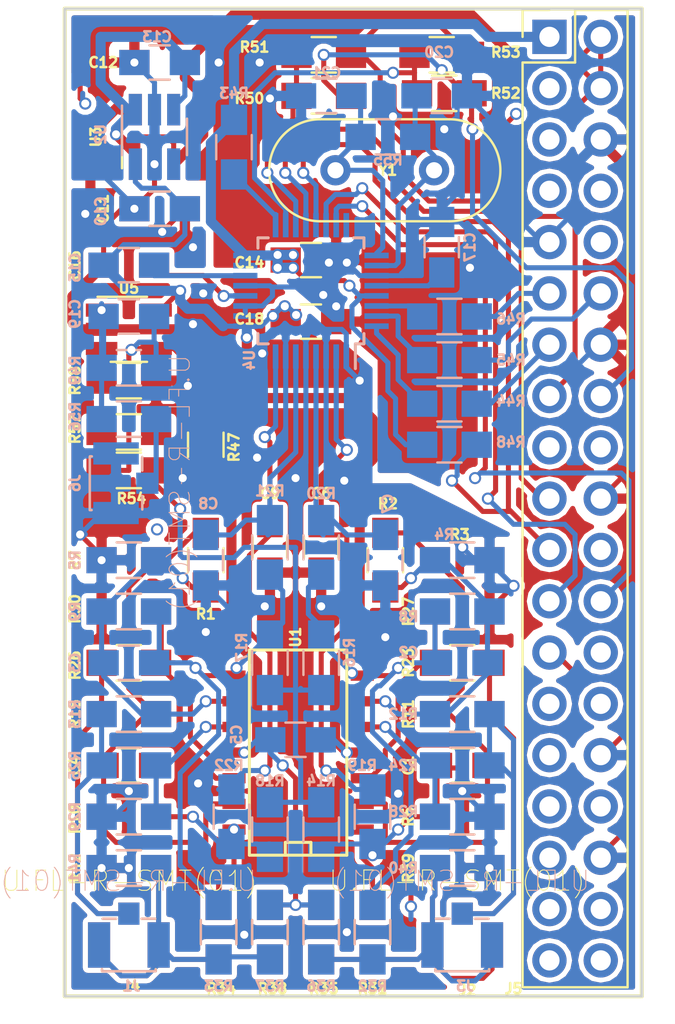
<source format=kicad_pcb>
(kicad_pcb (version 4) (host pcbnew 4.0.6)
  (layers (0 F.Cu signal) (31 B.Cu signal) (34 B.Paste user) (35 F.Paste user) (36 B.SilkS user) (37 F.SilkS user) (38 B.Mask user) (39 F.Mask user) (44 Edge.Cuts user))
  (net 0 "")
  (net 1 "Net-(C1-Pad1)")
  (net 2 "Net-(C1-Pad2)")
  (net 3 "Net-(C2-Pad1)")
  (net 4 "Net-(C2-Pad2)")
  (net 5 "Net-(C3-Pad1)")
  (net 6 "Net-(C3-Pad2)")
  (net 7 "Net-(C4-Pad1)")
  (net 8 "Net-(C4-Pad2)")
  (net 9 VDDA)
  (net 10 GND)
  (net 11 AMP1)
  (net 12 GNDA)
  (net 13 AMP2)
  (net 14 AMP3)
  (net 15 AMP4)
  (net 16 +5V)
  (net 17 +3V3)
  (net 18 "Net-(C15-Pad1)")
  (net 19 "Net-(C16-Pad2)")
  (net 20 "Net-(C17-Pad2)")
  (net 21 "Net-(C19-Pad1)")
  (net 22 "Net-(C19-Pad2)")
  (net 23 "Net-(C20-Pad1)")
  (net 24 "Net-(C21-Pad1)")
  (net 25 "Net-(J1-Pad1)")
  (net 26 "Net-(J1-Pad3)")
  (net 27 "Net-(J2-Pad1)")
  (net 28 "Net-(J2-Pad3)")
  (net 29 "Net-(J3-Pad1)")
  (net 30 "Net-(J3-Pad3)")
  (net 31 "Net-(J4-Pad1)")
  (net 32 "Net-(J4-Pad3)")
  (net 33 M0)
  (net 34 M1)
  (net 35 M2)
  (net 36 SY)
  (net 37 DAI)
  (net 38 MOSI)
  (net 39 MISO)
  (net 40 SCLK)
  (net 41 CS)
  (net 42 "Net-(J6-Pad3)")
  (net 43 COM1)
  (net 44 "Net-(R23-Pad1)")
  (net 45 "Net-(R24-Pad1)")
  (net 46 "Net-(R25-Pad1)")
  (net 47 "Net-(R26-Pad1)")
  (net 48 "Net-(R43-Pad2)")
  (net 49 "Net-(R44-Pad1)")
  (net 50 "Net-(R45-Pad1)")
  (net 51 "Net-(R46-Pad1)")
  (net 52 "Net-(R50-Pad2)")
  (net 53 "Net-(R52-Pad2)")
  (net 54 "Net-(R57-Pad1)")
  (module SMD_Packages:SOIC-14_N (layer F.Cu) (at 157.48 131.445 90)
    (fp_text reference U1 (at 5.715 0 90) (layer F.SilkS) (effects (font (size 0.5 0.5) (thickness 0.125))))
    (fp_text value AD8618)
    (pad 1 smd rect (at -3.81 3.302 90) (size 0.508 1.143) (layers F.Cu F.Paste F.Mask) (net 1 "Net-(C1-Pad1)"))
    (pad 2 smd rect (at -2.54 3.302 90) (size 0.508 1.143) (layers F.Cu F.Paste F.Mask) (net 2 "Net-(C1-Pad2)"))
    (pad 3 smd rect (at -1.27 3.302 90) (size 0.508 1.143) (layers F.Cu F.Paste F.Mask) (net 44 "Net-(R23-Pad1)"))
    (pad 4 smd rect (at 0 3.302 90) (size 0.508 1.143) (layers F.Cu F.Paste F.Mask) (net 9 VDDA))
    (pad 5 smd rect (at 1.27 3.302 90) (size 0.508 1.143) (layers F.Cu F.Paste F.Mask) (net 45 "Net-(R24-Pad1)"))
    (pad 6 smd rect (at 2.54 3.302 90) (size 0.508 1.143) (layers F.Cu F.Paste F.Mask) (net 4 "Net-(C2-Pad2)"))
    (pad 7 smd rect (at 3.81 3.302 90) (size 0.508 1.143) (layers F.Cu F.Paste F.Mask) (net 3 "Net-(C2-Pad1)"))
    (pad 8 smd rect (at 3.81 -3.048 90) (size 0.508 1.143) (layers F.Cu F.Paste F.Mask) (net 5 "Net-(C3-Pad1)"))
    (pad 9 smd rect (at 2.54 -3.048 90) (size 0.508 1.143) (layers F.Cu F.Paste F.Mask) (net 6 "Net-(C3-Pad2)"))
    (pad 11 smd rect (at 0 -3.048 90) (size 0.508 1.143) (layers F.Cu F.Paste F.Mask) (net 10 GND))
    (pad 12 smd rect (at -1.27 -3.048 90) (size 0.508 1.143) (layers F.Cu F.Paste F.Mask) (net 47 "Net-(R26-Pad1)"))
    (pad 13 smd rect (at -2.54 -3.048 90) (size 0.508 1.143) (layers F.Cu F.Paste F.Mask) (net 8 "Net-(C4-Pad2)"))
    (pad 14 smd rect (at -3.81 -3.048 90) (size 0.508 1.143) (layers F.Cu F.Paste F.Mask) (net 7 "Net-(C4-Pad1)"))
    (pad 10 smd rect (at 1.27 -3.048 90) (size 0.508 1.143) (layers F.Cu F.Paste F.Mask) (net 46 "Net-(R25-Pad1)"))
  )
  (module Capacitors_SMD:C_0805_HandSoldering (layer F.Cu) (at 158.75 121.285 270)
    (fp_text reference C6 (at -2.667 0 360) (layer F.SilkS) (effects (font (size 0.5 0.5) (thickness 0.125))))
    (fp_text value C)
    (pad 1 smd rect (at -1.25 0 270) (size 1.5 1.25) (layers F.Cu F.Paste F.Mask) (net 11 AMP1))
    (pad 2 smd rect (at 1.25 0 270) (size 1.5 1.25) (layers F.Cu F.Paste F.Mask) (net 12 GNDA))
  )
  (module Capacitors_SMD:C_0805_HandSoldering (layer B.Cu) (at 161.925 121.92 270)
    (fp_text reference C7 (at -2.794 -0.127 270) (layer B.SilkS) (effects (font (size 0.5 0.5) (thickness 0.125)) (justify mirror)))
    (fp_text value C)
    (pad 1 smd rect (at -1.25 0 270) (size 1.5 1.25) (layers B.Cu B.Paste B.Mask) (net 13 AMP2))
    (pad 2 smd rect (at 1.25 0 270) (size 1.5 1.25) (layers B.Cu B.Paste B.Mask) (net 12 GNDA))
  )
  (module Capacitors_SMD:C_0805_HandSoldering (layer B.Cu) (at 165.735 127)
    (fp_text reference C2 (at -2.667 -0.508) (layer B.SilkS) (effects (font (size 0.5 0.5) (thickness 0.125)) (justify mirror)))
    (fp_text value C)
    (pad 1 smd rect (at -1.25 0) (size 1.5 1.25) (layers B.Cu B.Paste B.Mask) (net 3 "Net-(C2-Pad1)"))
    (pad 2 smd rect (at 1.25 0) (size 1.5 1.25) (layers B.Cu B.Paste B.Mask) (net 4 "Net-(C2-Pad2)"))
  )
  (module Resistors_SMD:R_0805_HandSoldering (layer B.Cu) (at 161.29 134.62 270)
    (fp_text reference R19 (at -2.54 0.508 360) (layer B.SilkS) (effects (font (size 0.5 0.5) (thickness 0.125)) (justify mirror)))
    (fp_text value R)
    (pad 1 smd rect (at -1.35 0 270) (size 1.5 1.3) (layers B.Cu B.Paste B.Mask) (net 11 AMP1))
    (pad 2 smd rect (at 1.35 0 270) (size 1.5 1.3) (layers B.Cu B.Paste B.Mask) (net 1 "Net-(C1-Pad1)"))
  )
  (module Resistors_SMD:R_0805_HandSoldering (layer F.Cu) (at 153.035 121.92 90)
    (fp_text reference R1 (at -2.667 0 180) (layer F.SilkS) (effects (font (size 0.5 0.5) (thickness 0.125))))
    (fp_text value R)
    (pad 1 smd rect (at -1.35 0 90) (size 1.5 1.3) (layers F.Cu F.Paste F.Mask) (net 6 "Net-(C3-Pad2)"))
    (pad 2 smd rect (at 1.35 0 90) (size 1.5 1.3) (layers F.Cu F.Paste F.Mask) (net 8 "Net-(C4-Pad2)"))
  )
  (module Resistors_SMD:R_0805_HandSoldering (layer B.Cu) (at 156.21 140.335 270)
    (fp_text reference R37 (at 2.667 0 360) (layer B.SilkS) (effects (font (size 0.5 0.5) (thickness 0.125)) (justify mirror)))
    (fp_text value R)
    (pad 1 smd rect (at -1.35 0 270) (size 1.5 1.3) (layers B.Cu B.Paste B.Mask) (net 10 GND))
    (pad 2 smd rect (at 1.35 0 270) (size 1.5 1.3) (layers B.Cu B.Paste B.Mask) (net 25 "Net-(J1-Pad1)"))
  )
  (module TO_SOT_Packages_SMD:SOT-23-5_HandSoldering (layer B.Cu) (at 150.495 100.965 270)
    (fp_text reference U2 (at -0.127 2.667 270) (layer B.SilkS) (effects (font (size 0.5 0.5) (thickness 0.125)) (justify mirror)))
    (fp_text value LP5907)
    (pad 1 smd rect (at -1.35 0.95 270) (size 1.56 0.65) (layers B.Cu B.Paste B.Mask) (net 16 +5V))
    (pad 2 smd rect (at -1.35 0 270) (size 1.56 0.65) (layers B.Cu B.Paste B.Mask) (net 10 GND))
    (pad 3 smd rect (at -1.35 -0.95 270) (size 1.56 0.65) (layers B.Cu B.Paste B.Mask) (net 16 +5V))
    (pad 4 smd rect (at 1.35 -0.95 270) (size 1.56 0.65) (layers B.Cu B.Paste B.Mask))
    (pad 5 smd rect (at 1.35 0.95 270) (size 1.56 0.65) (layers B.Cu B.Paste B.Mask) (net 9 VDDA))
  )
  (module Resistors_SMD:R_0805_HandSoldering (layer B.Cu) (at 149.225 121.92 180)
    (fp_text reference R5 (at 2.667 0 270) (layer B.SilkS) (effects (font (size 0.5 0.5) (thickness 0.125)) (justify mirror)))
    (fp_text value R)
    (pad 1 smd rect (at -1.35 0 180) (size 1.5 1.3) (layers B.Cu B.Paste B.Mask) (net 6 "Net-(C3-Pad2)"))
    (pad 2 smd rect (at 1.35 0 180) (size 1.5 1.3) (layers B.Cu B.Paste B.Mask) (net 12 GNDA))
  )
  (module Resistors_SMD:R_0805_HandSoldering (layer B.Cu) (at 156.21 135.255 270)
    (fp_text reference R18 (at -2.413 0 360) (layer B.SilkS) (effects (font (size 0.5 0.5) (thickness 0.125)) (justify mirror)))
    (fp_text value R)
    (pad 1 smd rect (at -1.35 0 270) (size 1.5 1.3) (layers B.Cu B.Paste B.Mask) (net 43 COM1))
    (pad 2 smd rect (at 1.35 0 270) (size 1.5 1.3) (layers B.Cu B.Paste B.Mask) (net 7 "Net-(C4-Pad1)"))
  )
  (module Capacitors_SMD:C_0805_HandSoldering (layer B.Cu) (at 157.48 130.81 180)
    (fp_text reference C5 (at 2.921 0.254 270) (layer B.SilkS) (effects (font (size 0.5 0.5) (thickness 0.125)) (justify mirror)))
    (fp_text value C)
    (pad 1 smd rect (at -1.25 0 180) (size 1.5 1.25) (layers B.Cu B.Paste B.Mask) (net 9 VDDA))
    (pad 2 smd rect (at 1.25 0 180) (size 1.5 1.25) (layers B.Cu B.Paste B.Mask) (net 10 GND))
  )
  (module Crystals:Crystal_HC49-4H_Vertical (layer F.Cu) (at 164.338 102.616 180)
    (fp_text reference Y1 (at 2.286 0 180) (layer F.SilkS) (effects (font (size 0.5 0.5) (thickness 0.125))))
    (fp_text value Crystal)
    (pad 1 thru_hole circle (at 0 0 180) (size 1.5 1.5) (drill 0.8) (layers *.Cu *.Mask) (net 23 "Net-(C20-Pad1)"))
    (pad 2 thru_hole circle (at 4.88 0 180) (size 1.5 1.5) (drill 0.8) (layers *.Cu *.Mask) (net 24 "Net-(C21-Pad1)"))
  )
  (module Capacitors_SMD:C_0805_HandSoldering (layer F.Cu) (at 165.735 132.08)
    (fp_text reference C1 (at -2.667 0 90) (layer F.SilkS) (effects (font (size 0.5 0.5) (thickness 0.125))))
    (fp_text value C)
    (pad 1 smd rect (at -1.25 0) (size 1.5 1.25) (layers F.Cu F.Paste F.Mask) (net 1 "Net-(C1-Pad1)"))
    (pad 2 smd rect (at 1.25 0) (size 1.5 1.25) (layers F.Cu F.Paste F.Mask) (net 2 "Net-(C1-Pad2)"))
  )
  (module TO_SOT_Packages_SMD:SOT-23-5_HandSoldering (layer F.Cu) (at 149.225 110.49)
    (fp_text reference U5 (at 0 -2.032) (layer F.SilkS) (effects (font (size 0.5 0.5) (thickness 0.125))))
    (fp_text value AD8605)
    (pad 1 smd rect (at -1.35 -0.95) (size 1.56 0.65) (layers F.Cu F.Paste F.Mask) (net 21 "Net-(C19-Pad1)"))
    (pad 2 smd rect (at -1.35 0) (size 1.56 0.65) (layers F.Cu F.Paste F.Mask) (net 10 GND))
    (pad 3 smd rect (at -1.35 0.95) (size 1.56 0.65) (layers F.Cu F.Paste F.Mask) (net 54 "Net-(R57-Pad1)"))
    (pad 4 smd rect (at 1.35 0.95) (size 1.56 0.65) (layers F.Cu F.Paste F.Mask) (net 22 "Net-(C19-Pad2)"))
    (pad 5 smd rect (at 1.35 -0.95) (size 1.56 0.65) (layers F.Cu F.Paste F.Mask) (net 9 VDDA))
  )
  (module Resistors_SMD:R_0805_HandSoldering (layer B.Cu) (at 165.1 112.014)
    (fp_text reference R45 (at 3.048 0) (layer B.SilkS) (effects (font (size 0.5 0.5) (thickness 0.125)) (justify mirror)))
    (fp_text value R)
    (pad 1 smd rect (at -1.35 0) (size 1.5 1.3) (layers B.Cu B.Paste B.Mask) (net 50 "Net-(R45-Pad1)"))
    (pad 2 smd rect (at 1.35 0) (size 1.5 1.3) (layers B.Cu B.Paste B.Mask) (net 34 M1))
  )
  (module Resistors_SMD:R_0805_HandSoldering (layer F.Cu) (at 165.735 127)
    (fp_text reference R23 (at -2.667 0 90) (layer F.SilkS) (effects (font (size 0.5 0.5) (thickness 0.125))))
    (fp_text value R)
    (pad 1 smd rect (at -1.35 0) (size 1.5 1.3) (layers F.Cu F.Paste F.Mask) (net 44 "Net-(R23-Pad1)"))
    (pad 2 smd rect (at 1.35 0) (size 1.5 1.3) (layers F.Cu F.Paste F.Mask) (net 28 "Net-(J2-Pad3)"))
  )
  (module Resistors_SMD:R_0805_HandSoldering (layer B.Cu) (at 158.75 121.285 270)
    (fp_text reference R20 (at -2.667 0 360) (layer B.SilkS) (effects (font (size 0.5 0.5) (thickness 0.125)) (justify mirror)))
    (fp_text value R)
    (pad 1 smd rect (at -1.35 0 270) (size 1.5 1.3) (layers B.Cu B.Paste B.Mask) (net 13 AMP2))
    (pad 2 smd rect (at 1.35 0 270) (size 1.5 1.3) (layers B.Cu B.Paste B.Mask) (net 3 "Net-(C2-Pad1)"))
  )
  (module Resistors_SMD:R_0805_HandSoldering (layer F.Cu) (at 165.735 121.92)
    (fp_text reference R3 (at -0.127 -1.27 180) (layer F.SilkS) (effects (font (size 0.5 0.5) (thickness 0.125))))
    (fp_text value R)
    (pad 1 smd rect (at -1.35 0) (size 1.5 1.3) (layers F.Cu F.Paste F.Mask) (net 2 "Net-(C1-Pad2)"))
    (pad 2 smd rect (at 1.35 0) (size 1.5 1.3) (layers F.Cu F.Paste F.Mask) (net 12 GNDA))
  )
  (module Resistors_SMD:R_0805_HandSoldering (layer F.Cu) (at 165.735 134.62 180)
    (fp_text reference R6 (at 2.667 0 270) (layer F.SilkS) (effects (font (size 0.5 0.5) (thickness 0.125))))
    (fp_text value R)
    (pad 1 smd rect (at -1.35 0 180) (size 1.5 1.3) (layers F.Cu F.Paste F.Mask) (net 2 "Net-(C1-Pad2)"))
    (pad 2 smd rect (at 1.35 0 180) (size 1.5 1.3) (layers F.Cu F.Paste F.Mask) (net 1 "Net-(C1-Pad1)"))
  )
  (module Resistors_SMD:R_0805_HandSoldering (layer F.Cu) (at 156.21 140.335 270)
    (fp_text reference R38 (at 2.794 -0.127 360) (layer F.SilkS) (effects (font (size 0.5 0.5) (thickness 0.125))))
    (fp_text value R)
    (pad 1 smd rect (at -1.35 0 270) (size 1.5 1.3) (layers F.Cu F.Paste F.Mask) (net 10 GND))
    (pad 2 smd rect (at 1.35 0 270) (size 1.5 1.3) (layers F.Cu F.Paste F.Mask) (net 31 "Net-(J4-Pad1)"))
  )
  (module Resistors_SMD:R_0805_HandSoldering (layer F.Cu) (at 165.735 137.16 180)
    (fp_text reference R39 (at 2.667 0 270) (layer F.SilkS) (effects (font (size 0.5 0.5) (thickness 0.125))))
    (fp_text value R)
    (pad 1 smd rect (at -1.35 0 180) (size 1.5 1.3) (layers F.Cu F.Paste F.Mask) (net 12 GNDA))
    (pad 2 smd rect (at 1.35 0 180) (size 1.5 1.3) (layers F.Cu F.Paste F.Mask) (net 27 "Net-(J2-Pad1)"))
  )
  (module Resistors_SMD:R_0805_HandSoldering (layer F.Cu) (at 161.29 140.335 270)
    (fp_text reference R31 (at 2.794 0 360) (layer F.SilkS) (effects (font (size 0.5 0.5) (thickness 0.125))))
    (fp_text value R)
    (pad 1 smd rect (at -1.35 0 270) (size 1.5 1.3) (layers F.Cu F.Paste F.Mask) (net 1 "Net-(C1-Pad1)"))
    (pad 2 smd rect (at 1.35 0 270) (size 1.5 1.3) (layers F.Cu F.Paste F.Mask) (net 27 "Net-(J2-Pad1)"))
  )
  (module Capacitors_SMD:C_0805_HandSoldering (layer B.Cu) (at 149.225 127 180)
    (fp_text reference C3 (at 2.667 0 270) (layer B.SilkS) (effects (font (size 0.5 0.5) (thickness 0.125)) (justify mirror)))
    (fp_text value C)
    (pad 1 smd rect (at -1.25 0 180) (size 1.5 1.25) (layers B.Cu B.Paste B.Mask) (net 5 "Net-(C3-Pad1)"))
    (pad 2 smd rect (at 1.25 0 180) (size 1.5 1.25) (layers B.Cu B.Paste B.Mask) (net 6 "Net-(C3-Pad2)"))
  )
  (module Capacitors_SMD:C_0805_HandSoldering (layer F.Cu) (at 149.225 132.08 180)
    (fp_text reference C4 (at 2.667 0 270) (layer F.SilkS) (effects (font (size 0.5 0.5) (thickness 0.125))))
    (fp_text value C)
    (pad 1 smd rect (at -1.25 0 180) (size 1.5 1.25) (layers F.Cu F.Paste F.Mask) (net 7 "Net-(C4-Pad1)"))
    (pad 2 smd rect (at 1.25 0 180) (size 1.5 1.25) (layers F.Cu F.Paste F.Mask) (net 8 "Net-(C4-Pad2)"))
  )
  (module Capacitors_SMD:C_0805_HandSoldering (layer B.Cu) (at 153.035 121.92 270)
    (fp_text reference C8 (at -2.794 -0.127 360) (layer B.SilkS) (effects (font (size 0.5 0.5) (thickness 0.125)) (justify mirror)))
    (fp_text value C)
    (pad 1 smd rect (at -1.25 0 270) (size 1.5 1.25) (layers B.Cu B.Paste B.Mask) (net 14 AMP3))
    (pad 2 smd rect (at 1.25 0 270) (size 1.5 1.25) (layers B.Cu B.Paste B.Mask) (net 12 GNDA))
  )
  (module Capacitors_SMD:C_0805_HandSoldering (layer F.Cu) (at 156.21 121.285 270)
    (fp_text reference C9 (at -2.667 0 360) (layer F.SilkS) (effects (font (size 0.5 0.5) (thickness 0.125))))
    (fp_text value C)
    (pad 1 smd rect (at -1.25 0 270) (size 1.5 1.25) (layers F.Cu F.Paste F.Mask) (net 15 AMP4))
    (pad 2 smd rect (at 1.25 0 270) (size 1.5 1.25) (layers F.Cu F.Paste F.Mask) (net 12 GNDA))
  )
  (module Capacitors_SMD:C_0805_HandSoldering (layer B.Cu) (at 150.749 104.521 180)
    (fp_text reference C10 (at 2.921 -0.127 270) (layer B.SilkS) (effects (font (size 0.5 0.5) (thickness 0.125)) (justify mirror)))
    (fp_text value C)
    (pad 1 smd rect (at -1.25 0 180) (size 1.5 1.25) (layers B.Cu B.Paste B.Mask) (net 9 VDDA))
    (pad 2 smd rect (at 1.25 0 180) (size 1.5 1.25) (layers B.Cu B.Paste B.Mask) (net 10 GND))
  )
  (module Capacitors_SMD:C_0805_HandSoldering (layer F.Cu) (at 150.749 104.521 180)
    (fp_text reference C11 (at 2.794 0 270) (layer F.SilkS) (effects (font (size 0.5 0.5) (thickness 0.125))))
    (fp_text value C)
    (pad 1 smd rect (at -1.25 0 180) (size 1.5 1.25) (layers F.Cu F.Paste F.Mask) (net 12 GNDA))
    (pad 2 smd rect (at 1.25 0 180) (size 1.5 1.25) (layers F.Cu F.Paste F.Mask) (net 10 GND))
  )
  (module Capacitors_SMD:C_0805_HandSoldering (layer F.Cu) (at 150.749 97.282 180)
    (fp_text reference C12 (at 2.794 0 180) (layer F.SilkS) (effects (font (size 0.5 0.5) (thickness 0.125))))
    (fp_text value C)
    (pad 1 smd rect (at -1.25 0 180) (size 1.5 1.25) (layers F.Cu F.Paste F.Mask) (net 16 +5V))
    (pad 2 smd rect (at 1.25 0 180) (size 1.5 1.25) (layers F.Cu F.Paste F.Mask) (net 10 GND))
  )
  (module Capacitors_SMD:C_0805_HandSoldering (layer B.Cu) (at 150.749 97.282 180)
    (fp_text reference C13 (at 0.127 1.27 180) (layer B.SilkS) (effects (font (size 0.5 0.5) (thickness 0.125)) (justify mirror)))
    (fp_text value C)
    (pad 1 smd rect (at -1.25 0 180) (size 1.5 1.25) (layers B.Cu B.Paste B.Mask) (net 16 +5V))
    (pad 2 smd rect (at 1.25 0 180) (size 1.5 1.25) (layers B.Cu B.Paste B.Mask) (net 10 GND))
  )
  (module Capacitors_SMD:C_0805_HandSoldering (layer F.Cu) (at 158.242 107.061 180)
    (fp_text reference C14 (at 3.048 -0.127 180) (layer F.SilkS) (effects (font (size 0.5 0.5) (thickness 0.125))))
    (fp_text value C)
    (pad 1 smd rect (at -1.25 0 180) (size 1.5 1.25) (layers F.Cu F.Paste F.Mask) (net 10 GND))
    (pad 2 smd rect (at 1.25 0 180) (size 1.5 1.25) (layers F.Cu F.Paste F.Mask) (net 17 +3V3))
  )
  (module Capacitors_SMD:C_0805_HandSoldering (layer B.Cu) (at 149.225 107.315 180)
    (fp_text reference C15 (at 2.667 -0.127 270) (layer B.SilkS) (effects (font (size 0.5 0.5) (thickness 0.125)) (justify mirror)))
    (fp_text value 1u)
    (pad 1 smd rect (at -1.25 0 180) (size 1.5 1.25) (layers B.Cu B.Paste B.Mask) (net 18 "Net-(C15-Pad1)"))
    (pad 2 smd rect (at 1.25 0 180) (size 1.5 1.25) (layers B.Cu B.Paste B.Mask) (net 9 VDDA))
  )
  (module Capacitors_SMD:C_0805_HandSoldering (layer F.Cu) (at 149.225 107.315)
    (fp_text reference C16 (at -2.667 0 90) (layer F.SilkS) (effects (font (size 0.5 0.5) (thickness 0.125))))
    (fp_text value 1u)
    (pad 1 smd rect (at -1.25 0) (size 1.5 1.25) (layers F.Cu F.Paste F.Mask) (net 10 GND))
    (pad 2 smd rect (at 1.25 0) (size 1.5 1.25) (layers F.Cu F.Paste F.Mask) (net 19 "Net-(C16-Pad2)"))
  )
  (module Capacitors_SMD:C_0805_HandSoldering (layer B.Cu) (at 164.719 106.426 270)
    (fp_text reference C17 (at 0 -1.397 270) (layer B.SilkS) (effects (font (size 0.5 0.5) (thickness 0.125)) (justify mirror)))
    (fp_text value 1u)
    (pad 1 smd rect (at -1.25 0 270) (size 1.5 1.25) (layers B.Cu B.Paste B.Mask) (net 10 GND))
    (pad 2 smd rect (at 1.25 0 270) (size 1.5 1.25) (layers B.Cu B.Paste B.Mask) (net 20 "Net-(C17-Pad2)"))
  )
  (module Capacitors_SMD:C_0805_HandSoldering (layer F.Cu) (at 158.242 110.109)
    (fp_text reference C18 (at -3.048 -0.127) (layer F.SilkS) (effects (font (size 0.5 0.5) (thickness 0.125))))
    (fp_text value C)
    (pad 1 smd rect (at -1.25 0) (size 1.5 1.25) (layers F.Cu F.Paste F.Mask) (net 9 VDDA))
    (pad 2 smd rect (at 1.25 0) (size 1.5 1.25) (layers F.Cu F.Paste F.Mask) (net 10 GND))
  )
  (module Capacitors_SMD:C_0805_HandSoldering (layer B.Cu) (at 149.225 109.855)
    (fp_text reference C19 (at -2.667 -0.127 90) (layer B.SilkS) (effects (font (size 0.5 0.5) (thickness 0.125)) (justify mirror)))
    (fp_text value C)
    (pad 1 smd rect (at -1.25 0) (size 1.5 1.25) (layers B.Cu B.Paste B.Mask) (net 21 "Net-(C19-Pad1)"))
    (pad 2 smd rect (at 1.25 0) (size 1.5 1.25) (layers B.Cu B.Paste B.Mask) (net 22 "Net-(C19-Pad2)"))
  )
  (module Capacitors_SMD:C_0805_HandSoldering (layer B.Cu) (at 164.719 98.933)
    (fp_text reference C20 (at -0.127 -2.159) (layer B.SilkS) (effects (font (size 0.5 0.5) (thickness 0.125)) (justify mirror)))
    (fp_text value 8p)
    (pad 1 smd rect (at -1.25 0) (size 1.5 1.25) (layers B.Cu B.Paste B.Mask) (net 23 "Net-(C20-Pad1)"))
    (pad 2 smd rect (at 1.25 0) (size 1.5 1.25) (layers B.Cu B.Paste B.Mask) (net 10 GND))
  )
  (module Capacitors_SMD:C_0805_HandSoldering (layer B.Cu) (at 159.004 98.933 180)
    (fp_text reference C21 (at 0 1.143 180) (layer B.SilkS) (effects (font (size 0.5 0.5) (thickness 0.125)) (justify mirror)))
    (fp_text value 8p)
    (pad 1 smd rect (at -1.25 0 180) (size 1.5 1.25) (layers B.Cu B.Paste B.Mask) (net 24 "Net-(C21-Pad1)"))
    (pad 2 smd rect (at 1.25 0 180) (size 1.5 1.25) (layers B.Cu B.Paste B.Mask) (net 10 GND))
  )
  (module "U.FL-R-SMT_01_:HRS_U.FL-R-SMT(01)" (layer B.Cu) (at 149.225 140.97)
    (fp_text reference J1 (at 0.127 2.032) (layer B.SilkS) (effects (font (size 0.5 0.5) (thickness 0.125)) (justify mirror)))
    (fp_text value "U.FL-R-SMT(01)" (at -0.025 -3.165) (layer B.SilkS) (effects (font (thickness 0.05)) (justify mirror)))
    (pad 1 smd rect (at -1.475 0) (size 1.1 2.25) (layers B.Cu B.Paste B.Mask) (net 25 "Net-(J1-Pad1)"))
    (pad 2 smd rect (at 1.475 0) (size 1.1 2.25) (layers B.Cu B.Paste B.Mask) (net 25 "Net-(J1-Pad1)"))
    (pad 3 smd rect (at 0 -1.55) (size 1.05 1.1) (layers B.Cu B.Paste B.Mask) (net 26 "Net-(J1-Pad3)"))
  )
  (module "U.FL-R-SMT_01_:HRS_U.FL-R-SMT(01)" (layer F.Cu) (at 165.735 140.97 180)
    (fp_text reference J2 (at -0.26 -2.235 180) (layer F.SilkS) (effects (font (size 0.5 0.5) (thickness 0.125))))
    (fp_text value "U.FL-R-SMT(01)" (at 0.254 3.175 180) (layer F.SilkS) (effects (font (thickness 0.05))))
    (pad 1 smd rect (at -1.475 0 180) (size 1.1 2.25) (layers F.Cu F.Paste F.Mask) (net 27 "Net-(J2-Pad1)"))
    (pad 2 smd rect (at 1.475 0 180) (size 1.1 2.25) (layers F.Cu F.Paste F.Mask) (net 27 "Net-(J2-Pad1)"))
    (pad 3 smd rect (at 0 1.55 180) (size 1.05 1.1) (layers F.Cu F.Paste F.Mask) (net 28 "Net-(J2-Pad3)"))
  )
  (module "U.FL-R-SMT_01_:HRS_U.FL-R-SMT(01)" (layer B.Cu) (at 165.735 140.97)
    (fp_text reference J3 (at 0.127 2.032) (layer B.SilkS) (effects (font (size 0.5 0.5) (thickness 0.125)) (justify mirror)))
    (fp_text value "U.FL-R-SMT(01)" (at -0.025 -3.165) (layer B.SilkS) (effects (font (thickness 0.05)) (justify mirror)))
    (pad 1 smd rect (at -1.475 0) (size 1.1 2.25) (layers B.Cu B.Paste B.Mask) (net 29 "Net-(J3-Pad1)"))
    (pad 2 smd rect (at 1.475 0) (size 1.1 2.25) (layers B.Cu B.Paste B.Mask) (net 29 "Net-(J3-Pad1)"))
    (pad 3 smd rect (at 0 -1.55) (size 1.05 1.1) (layers B.Cu B.Paste B.Mask) (net 30 "Net-(J3-Pad3)"))
  )
  (module "U.FL-R-SMT_01_:HRS_U.FL-R-SMT(01)" (layer F.Cu) (at 149.225 140.97 180)
    (fp_text reference J4 (at -0.127 -2.032 180) (layer F.SilkS) (effects (font (size 0.5 0.5) (thickness 0.125))))
    (fp_text value "U.FL-R-SMT(01)" (at -0.025 3.165 180) (layer F.SilkS) (effects (font (thickness 0.05))))
    (pad 1 smd rect (at -1.475 0 180) (size 1.1 2.25) (layers F.Cu F.Paste F.Mask) (net 31 "Net-(J4-Pad1)"))
    (pad 2 smd rect (at 1.475 0 180) (size 1.1 2.25) (layers F.Cu F.Paste F.Mask) (net 31 "Net-(J4-Pad1)"))
    (pad 3 smd rect (at 0 1.55 180) (size 1.05 1.1) (layers F.Cu F.Paste F.Mask) (net 32 "Net-(J4-Pad3)"))
  )
  (module "U.FL-R-SMT_01_:HRS_U.FL-R-SMT(01)" (layer B.Cu) (at 148.59 118.11 270)
    (fp_text reference J6 (at 0 2.032 270) (layer B.SilkS) (effects (font (size 0.5 0.5) (thickness 0.125)) (justify mirror)))
    (fp_text value "U.FL-R-SMT(01)" (at -0.025 -3.165 270) (layer B.SilkS) (effects (font (thickness 0.05)) (justify mirror)))
    (pad 1 smd rect (at -1.475 0 270) (size 1.1 2.25) (layers B.Cu B.Paste B.Mask) (net 12 GNDA))
    (pad 2 smd rect (at 1.475 0 270) (size 1.1 2.25) (layers B.Cu B.Paste B.Mask) (net 12 GNDA))
    (pad 3 smd rect (at 0 -1.55 270) (size 1.05 1.1) (layers B.Cu B.Paste B.Mask) (net 42 "Net-(J6-Pad3)"))
  )
  (module Resistors_SMD:R_0805_HandSoldering (layer F.Cu) (at 161.925 121.92 90)
    (fp_text reference R2 (at 2.794 0.127 180) (layer F.SilkS) (effects (font (size 0.5 0.5) (thickness 0.125))))
    (fp_text value R)
    (pad 1 smd rect (at -1.35 0 90) (size 1.5 1.3) (layers F.Cu F.Paste F.Mask) (net 4 "Net-(C2-Pad2)"))
    (pad 2 smd rect (at 1.35 0 90) (size 1.5 1.3) (layers F.Cu F.Paste F.Mask) (net 2 "Net-(C1-Pad2)"))
  )
  (module Resistors_SMD:R_0805_HandSoldering (layer B.Cu) (at 165.735 121.92)
    (fp_text reference R4 (at -0.889 -1.27) (layer B.SilkS) (effects (font (size 0.5 0.5) (thickness 0.125)) (justify mirror)))
    (fp_text value R)
    (pad 1 smd rect (at -1.35 0) (size 1.5 1.3) (layers B.Cu B.Paste B.Mask) (net 4 "Net-(C2-Pad2)"))
    (pad 2 smd rect (at 1.35 0) (size 1.5 1.3) (layers B.Cu B.Paste B.Mask) (net 12 GNDA))
  )
  (module Resistors_SMD:R_0805_HandSoldering (layer F.Cu) (at 149.225 121.92 180)
    (fp_text reference R7 (at 2.667 0 270) (layer F.SilkS) (effects (font (size 0.5 0.5) (thickness 0.125))))
    (fp_text value R)
    (pad 1 smd rect (at -1.35 0 180) (size 1.5 1.3) (layers F.Cu F.Paste F.Mask) (net 8 "Net-(C4-Pad2)"))
    (pad 2 smd rect (at 1.35 0 180) (size 1.5 1.3) (layers F.Cu F.Paste F.Mask) (net 12 GNDA))
  )
  (module Resistors_SMD:R_0805_HandSoldering (layer B.Cu) (at 165.735 124.46 180)
    (fp_text reference R8 (at 2.667 -0.254 180) (layer B.SilkS) (effects (font (size 0.5 0.5) (thickness 0.125)) (justify mirror)))
    (fp_text value R)
    (pad 1 smd rect (at -1.35 0 180) (size 1.5 1.3) (layers B.Cu B.Paste B.Mask) (net 4 "Net-(C2-Pad2)"))
    (pad 2 smd rect (at 1.35 0 180) (size 1.5 1.3) (layers B.Cu B.Paste B.Mask) (net 3 "Net-(C2-Pad1)"))
  )
  (module Resistors_SMD:R_0805_HandSoldering (layer B.Cu) (at 149.225 124.46)
    (fp_text reference R9 (at -2.667 0 90) (layer B.SilkS) (effects (font (size 0.5 0.5) (thickness 0.125)) (justify mirror)))
    (fp_text value R)
    (pad 1 smd rect (at -1.35 0) (size 1.5 1.3) (layers B.Cu B.Paste B.Mask) (net 6 "Net-(C3-Pad2)"))
    (pad 2 smd rect (at 1.35 0) (size 1.5 1.3) (layers B.Cu B.Paste B.Mask) (net 5 "Net-(C3-Pad1)"))
  )
  (module Resistors_SMD:R_0805_HandSoldering (layer F.Cu) (at 149.225 134.62)
    (fp_text reference R10 (at -2.667 0.127 90) (layer F.SilkS) (effects (font (size 0.5 0.5) (thickness 0.125))))
    (fp_text value R)
    (pad 1 smd rect (at -1.35 0) (size 1.5 1.3) (layers F.Cu F.Paste F.Mask) (net 8 "Net-(C4-Pad2)"))
    (pad 2 smd rect (at 1.35 0) (size 1.5 1.3) (layers F.Cu F.Paste F.Mask) (net 7 "Net-(C4-Pad1)"))
  )
  (module Resistors_SMD:R_0805_HandSoldering (layer F.Cu) (at 165.735 129.54)
    (fp_text reference R11 (at -2.667 0 90) (layer F.SilkS) (effects (font (size 0.5 0.5) (thickness 0.125))))
    (fp_text value R)
    (pad 1 smd rect (at -1.35 0) (size 1.5 1.3) (layers F.Cu F.Paste F.Mask) (net 2 "Net-(C1-Pad2)"))
    (pad 2 smd rect (at 1.35 0) (size 1.5 1.3) (layers F.Cu F.Paste F.Mask) (net 28 "Net-(J2-Pad3)"))
  )
  (module Resistors_SMD:R_0805_HandSoldering (layer B.Cu) (at 165.735 129.54)
    (fp_text reference R12 (at -2.921 0) (layer B.SilkS) (effects (font (size 0.5 0.5) (thickness 0.125)) (justify mirror)))
    (fp_text value R)
    (pad 1 smd rect (at -1.35 0) (size 1.5 1.3) (layers B.Cu B.Paste B.Mask) (net 4 "Net-(C2-Pad2)"))
    (pad 2 smd rect (at 1.35 0) (size 1.5 1.3) (layers B.Cu B.Paste B.Mask) (net 30 "Net-(J3-Pad3)"))
  )
  (module Resistors_SMD:R_0805_HandSoldering (layer B.Cu) (at 149.225 129.54 180)
    (fp_text reference R13 (at 2.667 0 270) (layer B.SilkS) (effects (font (size 0.5 0.5) (thickness 0.125)) (justify mirror)))
    (fp_text value R)
    (pad 1 smd rect (at -1.35 0 180) (size 1.5 1.3) (layers B.Cu B.Paste B.Mask) (net 6 "Net-(C3-Pad2)"))
    (pad 2 smd rect (at 1.35 0 180) (size 1.5 1.3) (layers B.Cu B.Paste B.Mask) (net 26 "Net-(J1-Pad3)"))
  )
  (module Resistors_SMD:R_0805_HandSoldering (layer B.Cu) (at 158.75 135.255 270)
    (fp_text reference R14 (at -2.413 0 360) (layer B.SilkS) (effects (font (size 0.5 0.5) (thickness 0.125)) (justify mirror)))
    (fp_text value R)
    (pad 1 smd rect (at -1.35 0 270) (size 1.5 1.3) (layers B.Cu B.Paste B.Mask) (net 43 COM1))
    (pad 2 smd rect (at 1.35 0 270) (size 1.5 1.3) (layers B.Cu B.Paste B.Mask) (net 1 "Net-(C1-Pad1)"))
  )
  (module Resistors_SMD:R_0805_HandSoldering (layer F.Cu) (at 149.225 129.54 180)
    (fp_text reference R15 (at 2.667 0 270) (layer F.SilkS) (effects (font (size 0.5 0.5) (thickness 0.125))))
    (fp_text value R)
    (pad 1 smd rect (at -1.35 0 180) (size 1.5 1.3) (layers F.Cu F.Paste F.Mask) (net 8 "Net-(C4-Pad2)"))
    (pad 2 smd rect (at 1.35 0 180) (size 1.5 1.3) (layers F.Cu F.Paste F.Mask) (net 32 "Net-(J4-Pad3)"))
  )
  (module Resistors_SMD:R_0805_HandSoldering (layer B.Cu) (at 158.75 127 90)
    (fp_text reference R16 (at 0.508 1.397 90) (layer B.SilkS) (effects (font (size 0.5 0.5) (thickness 0.125)) (justify mirror)))
    (fp_text value R)
    (pad 1 smd rect (at -1.35 0 90) (size 1.5 1.3) (layers B.Cu B.Paste B.Mask) (net 43 COM1))
    (pad 2 smd rect (at 1.35 0 90) (size 1.5 1.3) (layers B.Cu B.Paste B.Mask) (net 3 "Net-(C2-Pad1)"))
  )
  (module Resistors_SMD:R_0805_HandSoldering (layer B.Cu) (at 156.21 127 90)
    (fp_text reference R17 (at 0.762 -1.397 270) (layer B.SilkS) (effects (font (size 0.5 0.5) (thickness 0.125)) (justify mirror)))
    (fp_text value R)
    (pad 1 smd rect (at -1.35 0 90) (size 1.5 1.3) (layers B.Cu B.Paste B.Mask) (net 43 COM1))
    (pad 2 smd rect (at 1.35 0 90) (size 1.5 1.3) (layers B.Cu B.Paste B.Mask) (net 5 "Net-(C3-Pad1)"))
  )
  (module Resistors_SMD:R_0805_HandSoldering (layer B.Cu) (at 156.21 121.285 270)
    (fp_text reference R21 (at -2.794 0 360) (layer B.SilkS) (effects (font (size 0.5 0.5) (thickness 0.125)) (justify mirror)))
    (fp_text value R)
    (pad 1 smd rect (at -1.35 0 270) (size 1.5 1.3) (layers B.Cu B.Paste B.Mask) (net 14 AMP3))
    (pad 2 smd rect (at 1.35 0 270) (size 1.5 1.3) (layers B.Cu B.Paste B.Mask) (net 5 "Net-(C3-Pad1)"))
  )
  (module Resistors_SMD:R_0805_HandSoldering (layer B.Cu) (at 154.305 134.62 270)
    (fp_text reference R22 (at -2.54 0.127 360) (layer B.SilkS) (effects (font (size 0.5 0.5) (thickness 0.125)) (justify mirror)))
    (fp_text value R)
    (pad 1 smd rect (at -1.35 0 270) (size 1.5 1.3) (layers B.Cu B.Paste B.Mask) (net 15 AMP4))
    (pad 2 smd rect (at 1.35 0 270) (size 1.5 1.3) (layers B.Cu B.Paste B.Mask) (net 7 "Net-(C4-Pad1)"))
  )
  (module Resistors_SMD:R_0805_HandSoldering (layer B.Cu) (at 165.735 132.08)
    (fp_text reference R24 (at -2.921 0) (layer B.SilkS) (effects (font (size 0.5 0.5) (thickness 0.125)) (justify mirror)))
    (fp_text value R)
    (pad 1 smd rect (at -1.35 0) (size 1.5 1.3) (layers B.Cu B.Paste B.Mask) (net 45 "Net-(R24-Pad1)"))
    (pad 2 smd rect (at 1.35 0) (size 1.5 1.3) (layers B.Cu B.Paste B.Mask) (net 30 "Net-(J3-Pad3)"))
  )
  (module Resistors_SMD:R_0805_HandSoldering (layer B.Cu) (at 149.225 132.08 180)
    (fp_text reference R25 (at 2.667 0 270) (layer B.SilkS) (effects (font (size 0.5 0.5) (thickness 0.125)) (justify mirror)))
    (fp_text value R)
    (pad 1 smd rect (at -1.35 0 180) (size 1.5 1.3) (layers B.Cu B.Paste B.Mask) (net 46 "Net-(R25-Pad1)"))
    (pad 2 smd rect (at 1.35 0 180) (size 1.5 1.3) (layers B.Cu B.Paste B.Mask) (net 26 "Net-(J1-Pad3)"))
  )
  (module Resistors_SMD:R_0805_HandSoldering (layer F.Cu) (at 149.225 127 180)
    (fp_text reference R26 (at 2.667 -0.127 270) (layer F.SilkS) (effects (font (size 0.5 0.5) (thickness 0.125))))
    (fp_text value R)
    (pad 1 smd rect (at -1.35 0 180) (size 1.5 1.3) (layers F.Cu F.Paste F.Mask) (net 47 "Net-(R26-Pad1)"))
    (pad 2 smd rect (at 1.35 0 180) (size 1.5 1.3) (layers F.Cu F.Paste F.Mask) (net 32 "Net-(J4-Pad3)"))
  )
  (module Resistors_SMD:R_0805_HandSoldering (layer F.Cu) (at 165.735 124.46 180)
    (fp_text reference R27 (at 2.667 0 270) (layer F.SilkS) (effects (font (size 0.5 0.5) (thickness 0.125))))
    (fp_text value R)
    (pad 1 smd rect (at -1.35 0 180) (size 1.5 1.3) (layers F.Cu F.Paste F.Mask) (net 12 GNDA))
    (pad 2 smd rect (at 1.35 0 180) (size 1.5 1.3) (layers F.Cu F.Paste F.Mask) (net 44 "Net-(R23-Pad1)"))
  )
  (module Resistors_SMD:R_0805_HandSoldering (layer B.Cu) (at 165.735 134.62 180)
    (fp_text reference R28 (at 2.921 0.254 180) (layer B.SilkS) (effects (font (size 0.5 0.5) (thickness 0.125)) (justify mirror)))
    (fp_text value R)
    (pad 1 smd rect (at -1.35 0 180) (size 1.5 1.3) (layers B.Cu B.Paste B.Mask) (net 12 GNDA))
    (pad 2 smd rect (at 1.35 0 180) (size 1.5 1.3) (layers B.Cu B.Paste B.Mask) (net 45 "Net-(R24-Pad1)"))
  )
  (module Resistors_SMD:R_0805_HandSoldering (layer B.Cu) (at 149.225 134.62)
    (fp_text reference R29 (at -2.667 0 90) (layer B.SilkS) (effects (font (size 0.5 0.5) (thickness 0.125)) (justify mirror)))
    (fp_text value R)
    (pad 1 smd rect (at -1.35 0) (size 1.5 1.3) (layers B.Cu B.Paste B.Mask) (net 12 GNDA))
    (pad 2 smd rect (at 1.35 0) (size 1.5 1.3) (layers B.Cu B.Paste B.Mask) (net 46 "Net-(R25-Pad1)"))
  )
  (module Resistors_SMD:R_0805_HandSoldering (layer F.Cu) (at 149.225 124.46)
    (fp_text reference R30 (at -2.667 -0.127 90) (layer F.SilkS) (effects (font (size 0.5 0.5) (thickness 0.125))))
    (fp_text value R)
    (pad 1 smd rect (at -1.35 0) (size 1.5 1.3) (layers F.Cu F.Paste F.Mask) (net 12 GNDA))
    (pad 2 smd rect (at 1.35 0) (size 1.5 1.3) (layers F.Cu F.Paste F.Mask) (net 47 "Net-(R26-Pad1)"))
  )
  (module Resistors_SMD:R_0805_HandSoldering (layer B.Cu) (at 161.29 140.335 270)
    (fp_text reference R32 (at 2.667 0 360) (layer B.SilkS) (effects (font (size 0.5 0.5) (thickness 0.125)) (justify mirror)))
    (fp_text value R)
    (pad 1 smd rect (at -1.35 0 270) (size 1.5 1.3) (layers B.Cu B.Paste B.Mask) (net 3 "Net-(C2-Pad1)"))
    (pad 2 smd rect (at 1.35 0 270) (size 1.5 1.3) (layers B.Cu B.Paste B.Mask) (net 29 "Net-(J3-Pad1)"))
  )
  (module Resistors_SMD:R_0805_HandSoldering (layer B.Cu) (at 153.67 140.335 270)
    (fp_text reference R33 (at 2.667 0 360) (layer B.SilkS) (effects (font (size 0.5 0.5) (thickness 0.125)) (justify mirror)))
    (fp_text value R)
    (pad 1 smd rect (at -1.35 0 270) (size 1.5 1.3) (layers B.Cu B.Paste B.Mask) (net 5 "Net-(C3-Pad1)"))
    (pad 2 smd rect (at 1.35 0 270) (size 1.5 1.3) (layers B.Cu B.Paste B.Mask) (net 25 "Net-(J1-Pad1)"))
  )
  (module Resistors_SMD:R_0805_HandSoldering (layer F.Cu) (at 153.67 140.335 270)
    (fp_text reference R34 (at 2.794 -0.127 360) (layer F.SilkS) (effects (font (size 0.5 0.5) (thickness 0.125))))
    (fp_text value R)
    (pad 1 smd rect (at -1.35 0 270) (size 1.5 1.3) (layers F.Cu F.Paste F.Mask) (net 7 "Net-(C4-Pad1)"))
    (pad 2 smd rect (at 1.35 0 270) (size 1.5 1.3) (layers F.Cu F.Paste F.Mask) (net 31 "Net-(J4-Pad1)"))
  )
  (module Resistors_SMD:R_0805_HandSoldering (layer F.Cu) (at 158.75 140.335 270)
    (fp_text reference R35 (at 2.794 -0.127 360) (layer F.SilkS) (effects (font (size 0.5 0.5) (thickness 0.125))))
    (fp_text value R)
    (pad 1 smd rect (at -1.35 0 270) (size 1.5 1.3) (layers F.Cu F.Paste F.Mask) (net 10 GND))
    (pad 2 smd rect (at 1.35 0 270) (size 1.5 1.3) (layers F.Cu F.Paste F.Mask) (net 27 "Net-(J2-Pad1)"))
  )
  (module Resistors_SMD:R_0805_HandSoldering (layer B.Cu) (at 158.75 140.335 270)
    (fp_text reference R36 (at 2.667 0 360) (layer B.SilkS) (effects (font (size 0.5 0.5) (thickness 0.125)) (justify mirror)))
    (fp_text value R)
    (pad 1 smd rect (at -1.35 0 270) (size 1.5 1.3) (layers B.Cu B.Paste B.Mask) (net 10 GND))
    (pad 2 smd rect (at 1.35 0 270) (size 1.5 1.3) (layers B.Cu B.Paste B.Mask) (net 29 "Net-(J3-Pad1)"))
  )
  (module Resistors_SMD:R_0805_HandSoldering (layer B.Cu) (at 165.735 137.16 180)
    (fp_text reference R40 (at 2.921 0 180) (layer B.SilkS) (effects (font (size 0.5 0.5) (thickness 0.125)) (justify mirror)))
    (fp_text value R)
    (pad 1 smd rect (at -1.35 0 180) (size 1.5 1.3) (layers B.Cu B.Paste B.Mask) (net 12 GNDA))
    (pad 2 smd rect (at 1.35 0 180) (size 1.5 1.3) (layers B.Cu B.Paste B.Mask) (net 29 "Net-(J3-Pad1)"))
  )
  (module Resistors_SMD:R_0805_HandSoldering (layer B.Cu) (at 149.225 137.16)
    (fp_text reference R41 (at -2.667 0 90) (layer B.SilkS) (effects (font (size 0.5 0.5) (thickness 0.125)) (justify mirror)))
    (fp_text value R)
    (pad 1 smd rect (at -1.35 0) (size 1.5 1.3) (layers B.Cu B.Paste B.Mask) (net 12 GNDA))
    (pad 2 smd rect (at 1.35 0) (size 1.5 1.3) (layers B.Cu B.Paste B.Mask) (net 25 "Net-(J1-Pad1)"))
  )
  (module Resistors_SMD:R_0805_HandSoldering (layer F.Cu) (at 149.225 137.16)
    (fp_text reference R42 (at -2.667 0 90) (layer F.SilkS) (effects (font (size 0.5 0.5) (thickness 0.125))))
    (fp_text value R)
    (pad 1 smd rect (at -1.35 0) (size 1.5 1.3) (layers F.Cu F.Paste F.Mask) (net 12 GNDA))
    (pad 2 smd rect (at 1.35 0) (size 1.5 1.3) (layers F.Cu F.Paste F.Mask) (net 31 "Net-(J4-Pad1)"))
  )
  (module Resistors_SMD:R_0805_HandSoldering (layer B.Cu) (at 154.432 101.473 270)
    (fp_text reference R43 (at -2.667 0 360) (layer B.SilkS) (effects (font (size 0.5 0.5) (thickness 0.125)) (justify mirror)))
    (fp_text value R)
    (pad 1 smd rect (at -1.35 0 270) (size 1.5 1.3) (layers B.Cu B.Paste B.Mask) (net 17 +3V3))
    (pad 2 smd rect (at 1.35 0 270) (size 1.5 1.3) (layers B.Cu B.Paste B.Mask) (net 48 "Net-(R43-Pad2)"))
  )
  (module Resistors_SMD:R_0805_HandSoldering (layer B.Cu) (at 165.1 114.173)
    (fp_text reference R44 (at 3.048 -0.127) (layer B.SilkS) (effects (font (size 0.5 0.5) (thickness 0.125)) (justify mirror)))
    (fp_text value R)
    (pad 1 smd rect (at -1.35 0) (size 1.5 1.3) (layers B.Cu B.Paste B.Mask) (net 49 "Net-(R44-Pad1)"))
    (pad 2 smd rect (at 1.35 0) (size 1.5 1.3) (layers B.Cu B.Paste B.Mask) (net 35 M2))
  )
  (module Resistors_SMD:R_0805_HandSoldering (layer B.Cu) (at 165.1 109.855)
    (fp_text reference R46 (at 3.048 0.127) (layer B.SilkS) (effects (font (size 0.5 0.5) (thickness 0.125)) (justify mirror)))
    (fp_text value R)
    (pad 1 smd rect (at -1.35 0) (size 1.5 1.3) (layers B.Cu B.Paste B.Mask) (net 51 "Net-(R46-Pad1)"))
    (pad 2 smd rect (at 1.35 0) (size 1.5 1.3) (layers B.Cu B.Paste B.Mask) (net 33 M0))
  )
  (module Resistors_SMD:R_0805_HandSoldering (layer F.Cu) (at 153.035 116.205 270)
    (fp_text reference R47 (at 0.127 -1.397 450) (layer F.SilkS) (effects (font (size 0.5 0.5) (thickness 0.125))))
    (fp_text value R)
    (pad 1 smd rect (at -1.35 0 270) (size 1.5 1.3) (layers F.Cu F.Paste F.Mask) (net 22 "Net-(C19-Pad2)"))
    (pad 2 smd rect (at 1.35 0 270) (size 1.5 1.3) (layers F.Cu F.Paste F.Mask) (net 12 GNDA))
  )
  (module Resistors_SMD:R_0805_HandSoldering (layer B.Cu) (at 165.1 116.205)
    (fp_text reference R48 (at 3.048 -0.127) (layer B.SilkS) (effects (font (size 0.5 0.5) (thickness 0.125)) (justify mirror)))
    (fp_text value R)
    (pad 1 smd rect (at -1.35 0) (size 1.5 1.3) (layers B.Cu B.Paste B.Mask) (net 17 +3V3))
    (pad 2 smd rect (at 1.35 0) (size 1.5 1.3) (layers B.Cu B.Paste B.Mask) (net 39 MISO))
  )
  (module Resistors_SMD:R_0805_HandSoldering (layer B.Cu) (at 149.225 112.395)
    (fp_text reference R49 (at -2.667 0.127 90) (layer B.SilkS) (effects (font (size 0.5 0.5) (thickness 0.125)) (justify mirror)))
    (fp_text value R)
    (pad 1 smd rect (at -1.35 0) (size 1.5 1.3) (layers B.Cu B.Paste B.Mask) (net 21 "Net-(C19-Pad1)"))
    (pad 2 smd rect (at 1.35 0) (size 1.5 1.3) (layers B.Cu B.Paste B.Mask) (net 22 "Net-(C19-Pad2)"))
  )
  (module Resistors_SMD:R_0805_HandSoldering (layer F.Cu) (at 158.877 98.933 180)
    (fp_text reference R50 (at 3.683 -0.127 180) (layer F.SilkS) (effects (font (size 0.5 0.5) (thickness 0.125))))
    (fp_text value R)
    (pad 1 smd rect (at -1.35 0 180) (size 1.5 1.3) (layers F.Cu F.Paste F.Mask) (net 37 DAI))
    (pad 2 smd rect (at 1.35 0 180) (size 1.5 1.3) (layers F.Cu F.Paste F.Mask) (net 52 "Net-(R50-Pad2)"))
  )
  (module Resistors_SMD:R_0805_HandSoldering (layer F.Cu) (at 158.877 96.901 180)
    (fp_text reference R51 (at 3.429 0.381 180) (layer F.SilkS) (effects (font (size 0.5 0.5) (thickness 0.125))))
    (fp_text value R)
    (pad 1 smd rect (at -1.35 0 180) (size 1.5 1.3) (layers F.Cu F.Paste F.Mask) (net 36 SY))
    (pad 2 smd rect (at 1.35 0 180) (size 1.5 1.3) (layers F.Cu F.Paste F.Mask) (net 52 "Net-(R50-Pad2)"))
  )
  (module Resistors_SMD:R_0805_HandSoldering (layer F.Cu) (at 164.846 98.806 180)
    (fp_text reference R52 (at -3.048 0 180) (layer F.SilkS) (effects (font (size 0.5 0.5) (thickness 0.125))))
    (fp_text value R)
    (pad 1 smd rect (at -1.35 0 180) (size 1.5 1.3) (layers F.Cu F.Paste F.Mask) (net 37 DAI))
    (pad 2 smd rect (at 1.35 0 180) (size 1.5 1.3) (layers F.Cu F.Paste F.Mask) (net 53 "Net-(R52-Pad2)"))
  )
  (module Resistors_SMD:R_0805_HandSoldering (layer F.Cu) (at 164.719 96.901 180)
    (fp_text reference R53 (at -3.175 0.127 180) (layer F.SilkS) (effects (font (size 0.5 0.5) (thickness 0.125))))
    (fp_text value R)
    (pad 1 smd rect (at -1.35 0 180) (size 1.5 1.3) (layers F.Cu F.Paste F.Mask) (net 36 SY))
    (pad 2 smd rect (at 1.35 0 180) (size 1.5 1.3) (layers F.Cu F.Paste F.Mask) (net 53 "Net-(R52-Pad2)"))
  )
  (module Resistors_SMD:R_0805_HandSoldering (layer F.Cu) (at 149.225 117.475)
    (fp_text reference R54 (at 0.127 1.397) (layer F.SilkS) (effects (font (size 0.5 0.5) (thickness 0.125))))
    (fp_text value R)
    (pad 1 smd rect (at -1.35 0) (size 1.5 1.3) (layers F.Cu F.Paste F.Mask) (net 22 "Net-(C19-Pad2)"))
    (pad 2 smd rect (at 1.35 0) (size 1.5 1.3) (layers F.Cu F.Paste F.Mask) (net 43 COM1))
  )
  (module Resistors_SMD:R_0805_HandSoldering (layer B.Cu) (at 162.052 100.965)
    (fp_text reference R55 (at 0 1.143) (layer B.SilkS) (effects (font (size 0.5 0.5) (thickness 0.125)) (justify mirror)))
    (fp_text value 1)
    (pad 1 smd rect (at -1.35 0) (size 1.5 1.3) (layers B.Cu B.Paste B.Mask) (net 24 "Net-(C21-Pad1)"))
    (pad 2 smd rect (at 1.35 0) (size 1.5 1.3) (layers B.Cu B.Paste B.Mask) (net 23 "Net-(C20-Pad1)"))
  )
  (module Resistors_SMD:R_0805_HandSoldering (layer B.Cu) (at 149.225 114.935 180)
    (fp_text reference R56 (at 2.667 0.127 270) (layer B.SilkS) (effects (font (size 0.5 0.5) (thickness 0.125)) (justify mirror)))
    (fp_text value R)
    (pad 1 smd rect (at -1.35 0 180) (size 1.5 1.3) (layers B.Cu B.Paste B.Mask) (net 42 "Net-(J6-Pad3)"))
    (pad 2 smd rect (at 1.35 0 180) (size 1.5 1.3) (layers B.Cu B.Paste B.Mask) (net 21 "Net-(C19-Pad1)"))
  )
  (module Resistors_SMD:R_0805_HandSoldering (layer F.Cu) (at 149.225 115.57)
    (fp_text reference R57 (at -2.667 -0.127 90) (layer F.SilkS) (effects (font (size 0.5 0.5) (thickness 0.125))))
    (fp_text value R)
    (pad 1 smd rect (at -1.35 0) (size 1.5 1.3) (layers F.Cu F.Paste F.Mask) (net 54 "Net-(R57-Pad1)"))
    (pad 2 smd rect (at 1.35 0) (size 1.5 1.3) (layers F.Cu F.Paste F.Mask) (net 43 COM1))
  )
  (module Resistors_SMD:R_0805_HandSoldering (layer F.Cu) (at 149.225 113.03 180)
    (fp_text reference R58 (at 2.667 0 270) (layer F.SilkS) (effects (font (size 0.5 0.5) (thickness 0.125))))
    (fp_text value R)
    (pad 1 smd rect (at -1.35 0 180) (size 1.5 1.3) (layers F.Cu F.Paste F.Mask) (net 12 GNDA))
    (pad 2 smd rect (at 1.35 0 180) (size 1.5 1.3) (layers F.Cu F.Paste F.Mask) (net 54 "Net-(R57-Pad1)"))
  )
  (module TO_SOT_Packages_SMD:SOT-23-5_HandSoldering (layer F.Cu) (at 150.495 100.965 90)
    (fp_text reference U3 (at 0 -2.9 90) (layer F.SilkS) (effects (font (size 0.5 0.5) (thickness 0.125))))
    (fp_text value LP5907)
    (pad 1 smd rect (at -1.35 -0.95 90) (size 1.56 0.65) (layers F.Cu F.Paste F.Mask) (net 16 +5V))
    (pad 2 smd rect (at -1.35 0 90) (size 1.56 0.65) (layers F.Cu F.Paste F.Mask) (net 10 GND))
    (pad 3 smd rect (at -1.35 0.95 90) (size 1.56 0.65) (layers F.Cu F.Paste F.Mask) (net 16 +5V))
    (pad 4 smd rect (at 1.35 0.95 90) (size 1.56 0.65) (layers F.Cu F.Paste F.Mask))
    (pad 5 smd rect (at 1.35 -0.95 90) (size 1.56 0.65) (layers F.Cu F.Paste F.Mask) (net 12 GNDA))
  )
  (module Housings_QFP:LQFP-32_5x5mm_Pitch0.5mm (layer B.Cu) (at 158.242 108.585 90)
    (fp_text reference U4 (at -3.429 -3.048 90) (layer B.SilkS) (effects (font (size 0.5 0.5) (thickness 0.125)) (justify mirror)))
    (fp_text value ADS131A4)
    (pad 1 smd rect (at -3.25 1.75 90) (size 1.2 0.28) (layers B.Cu B.Paste B.Mask) (net 12 GNDA))
    (pad 2 smd rect (at -3.25 1.25 90) (size 1.2 0.28) (layers B.Cu B.Paste B.Mask) (net 11 AMP1))
    (pad 3 smd rect (at -3.25 0.75 90) (size 1.2 0.28) (layers B.Cu B.Paste B.Mask) (net 12 GNDA))
    (pad 4 smd rect (at -3.25 0.25 90) (size 1.2 0.28) (layers B.Cu B.Paste B.Mask) (net 13 AMP2))
    (pad 5 smd rect (at -3.25 -0.25 90) (size 1.2 0.28) (layers B.Cu B.Paste B.Mask) (net 12 GNDA))
    (pad 6 smd rect (at -3.25 -0.75 90) (size 1.2 0.28) (layers B.Cu B.Paste B.Mask) (net 14 AMP3))
    (pad 7 smd rect (at -3.25 -1.25 90) (size 1.2 0.28) (layers B.Cu B.Paste B.Mask) (net 12 GNDA))
    (pad 8 smd rect (at -3.25 -1.75 90) (size 1.2 0.28) (layers B.Cu B.Paste B.Mask) (net 15 AMP4))
    (pad 9 smd rect (at -1.75 -3.25) (size 1.2 0.28) (layers B.Cu B.Paste B.Mask) (net 9 VDDA))
    (pad 10 smd rect (at -1.25 -3.25) (size 1.2 0.28) (layers B.Cu B.Paste B.Mask) (net 10 GND))
    (pad 11 smd rect (at -0.75 -3.25) (size 1.2 0.28) (layers B.Cu B.Paste B.Mask) (net 10 GND))
    (pad 12 smd rect (at -0.25 -3.25) (size 1.2 0.28) (layers B.Cu B.Paste B.Mask) (net 19 "Net-(C16-Pad2)"))
    (pad 13 smd rect (at 0.25 -3.25) (size 1.2 0.28) (layers B.Cu B.Paste B.Mask) (net 10 GND))
    (pad 14 smd rect (at 0.75 -3.25) (size 1.2 0.28) (layers B.Cu B.Paste B.Mask) (net 18 "Net-(C15-Pad1)"))
    (pad 15 smd rect (at 1.25 -3.25) (size 1.2 0.28) (layers B.Cu B.Paste B.Mask) (net 17 +3V3))
    (pad 16 smd rect (at 1.75 -3.25) (size 1.2 0.28) (layers B.Cu B.Paste B.Mask) (net 17 +3V3))
    (pad 17 smd rect (at 3.25 -1.75 90) (size 1.2 0.28) (layers B.Cu B.Paste B.Mask) (net 48 "Net-(R43-Pad2)"))
    (pad 18 smd rect (at 3.25 -1.25 90) (size 1.2 0.28) (layers B.Cu B.Paste B.Mask) (net 53 "Net-(R52-Pad2)"))
    (pad 19 smd rect (at 3.25 -0.75 90) (size 1.2 0.28) (layers B.Cu B.Paste B.Mask) (net 52 "Net-(R50-Pad2)"))
    (pad 20 smd rect (at 3.25 -0.25 90) (size 1.2 0.28) (layers B.Cu B.Paste B.Mask) (net 38 MOSI))
    (pad 21 smd rect (at 3.25 0.25 90) (size 1.2 0.28) (layers B.Cu B.Paste B.Mask) (net 39 MISO))
    (pad 22 smd rect (at 3.25 0.75 90) (size 1.2 0.28) (layers B.Cu B.Paste B.Mask) (net 40 SCLK))
    (pad 23 smd rect (at 3.25 1.25 90) (size 1.2 0.28) (layers B.Cu B.Paste B.Mask) (net 41 CS))
    (pad 24 smd rect (at 3.25 1.75 90) (size 1.2 0.28) (layers B.Cu B.Paste B.Mask))
    (pad 25 smd rect (at 1.75 3.25) (size 1.2 0.28) (layers B.Cu B.Paste B.Mask) (net 24 "Net-(C21-Pad1)"))
    (pad 26 smd rect (at 1.25 3.25) (size 1.2 0.28) (layers B.Cu B.Paste B.Mask) (net 23 "Net-(C20-Pad1)"))
    (pad 27 smd rect (at 0.75 3.25) (size 1.2 0.28) (layers B.Cu B.Paste B.Mask) (net 10 GND))
    (pad 28 smd rect (at 0.25 3.25) (size 1.2 0.28) (layers B.Cu B.Paste B.Mask) (net 20 "Net-(C17-Pad2)"))
    (pad 29 smd rect (at -0.25 3.25) (size 1.2 0.28) (layers B.Cu B.Paste B.Mask) (net 17 +3V3))
    (pad 30 smd rect (at -0.75 3.25) (size 1.2 0.28) (layers B.Cu B.Paste B.Mask) (net 51 "Net-(R46-Pad1)"))
    (pad 31 smd rect (at -1.25 3.25) (size 1.2 0.28) (layers B.Cu B.Paste B.Mask) (net 50 "Net-(R45-Pad1)"))
    (pad 32 smd rect (at -1.75 3.25) (size 1.2 0.28) (layers B.Cu B.Paste B.Mask) (net 49 "Net-(R44-Pad1)"))
  )
  (module Pin_Headers:Pin_Header_Straight_2x19_Pitch2.54mm (layer F.Cu) (at 170.053 96.012)
    (fp_text reference J5 (at -1.778 47.117) (layer F.SilkS) (effects (font (size 0.5 0.5) (thickness 0.125))))
    (fp_text value CONN_02X19)
    (pad 1 thru_hole rect (at 0 0) (size 1.7 1.7) (drill 1) (layers *.Cu *.Mask) (net 17 +3V3))
    (pad 2 thru_hole oval (at 2.54 0) (size 1.7 1.7) (drill 1) (layers *.Cu *.Mask) (net 16 +5V))
    (pad 3 thru_hole oval (at 0 2.54) (size 1.7 1.7) (drill 1) (layers *.Cu *.Mask))
    (pad 4 thru_hole oval (at 2.54 2.54) (size 1.7 1.7) (drill 1) (layers *.Cu *.Mask) (net 16 +5V))
    (pad 5 thru_hole oval (at 0 5.08) (size 1.7 1.7) (drill 1) (layers *.Cu *.Mask))
    (pad 6 thru_hole oval (at 2.54 5.08) (size 1.7 1.7) (drill 1) (layers *.Cu *.Mask) (net 10 GND))
    (pad 7 thru_hole oval (at 0 7.62) (size 1.7 1.7) (drill 1) (layers *.Cu *.Mask))
    (pad 8 thru_hole oval (at 2.54 7.62) (size 1.7 1.7) (drill 1) (layers *.Cu *.Mask))
    (pad 9 thru_hole oval (at 0 10.16) (size 1.7 1.7) (drill 1) (layers *.Cu *.Mask) (net 10 GND))
    (pad 10 thru_hole oval (at 2.54 10.16) (size 1.7 1.7) (drill 1) (layers *.Cu *.Mask))
    (pad 11 thru_hole oval (at 0 12.7) (size 1.7 1.7) (drill 1) (layers *.Cu *.Mask) (net 33 M0))
    (pad 12 thru_hole oval (at 2.54 12.7) (size 1.7 1.7) (drill 1) (layers *.Cu *.Mask) (net 34 M1))
    (pad 13 thru_hole oval (at 0 15.24) (size 1.7 1.7) (drill 1) (layers *.Cu *.Mask) (net 35 M2))
    (pad 14 thru_hole oval (at 2.54 15.24) (size 1.7 1.7) (drill 1) (layers *.Cu *.Mask) (net 10 GND))
    (pad 15 thru_hole oval (at 0 17.78) (size 1.7 1.7) (drill 1) (layers *.Cu *.Mask) (net 36 SY))
    (pad 16 thru_hole oval (at 2.54 17.78) (size 1.7 1.7) (drill 1) (layers *.Cu *.Mask) (net 37 DAI))
    (pad 17 thru_hole oval (at 0 20.32) (size 1.7 1.7) (drill 1) (layers *.Cu *.Mask))
    (pad 18 thru_hole oval (at 2.54 20.32) (size 1.7 1.7) (drill 1) (layers *.Cu *.Mask))
    (pad 19 thru_hole oval (at 0 22.86) (size 1.7 1.7) (drill 1) (layers *.Cu *.Mask) (net 38 MOSI))
    (pad 20 thru_hole oval (at 2.54 22.86) (size 1.7 1.7) (drill 1) (layers *.Cu *.Mask) (net 10 GND))
    (pad 21 thru_hole oval (at 0 25.4) (size 1.7 1.7) (drill 1) (layers *.Cu *.Mask) (net 39 MISO))
    (pad 22 thru_hole oval (at 2.54 25.4) (size 1.7 1.7) (drill 1) (layers *.Cu *.Mask))
    (pad 23 thru_hole oval (at 0 27.94) (size 1.7 1.7) (drill 1) (layers *.Cu *.Mask) (net 40 SCLK))
    (pad 24 thru_hole oval (at 2.54 27.94) (size 1.7 1.7) (drill 1) (layers *.Cu *.Mask) (net 41 CS))
    (pad 25 thru_hole oval (at 0 30.48) (size 1.7 1.7) (drill 1) (layers *.Cu *.Mask) (net 10 GND))
    (pad 26 thru_hole oval (at 2.54 30.48) (size 1.7 1.7) (drill 1) (layers *.Cu *.Mask))
    (pad 27 thru_hole oval (at 0 33.02) (size 1.7 1.7) (drill 1) (layers *.Cu *.Mask))
    (pad 28 thru_hole oval (at 2.54 33.02) (size 1.7 1.7) (drill 1) (layers *.Cu *.Mask))
    (pad 29 thru_hole oval (at 0 35.56) (size 1.7 1.7) (drill 1) (layers *.Cu *.Mask))
    (pad 30 thru_hole oval (at 2.54 35.56) (size 1.7 1.7) (drill 1) (layers *.Cu *.Mask) (net 10 GND))
    (pad 31 thru_hole oval (at 0 38.1) (size 1.7 1.7) (drill 1) (layers *.Cu *.Mask))
    (pad 32 thru_hole oval (at 2.54 38.1) (size 1.7 1.7) (drill 1) (layers *.Cu *.Mask))
    (pad 33 thru_hole oval (at 0 40.64) (size 1.7 1.7) (drill 1) (layers *.Cu *.Mask))
    (pad 34 thru_hole oval (at 2.54 40.64) (size 1.7 1.7) (drill 1) (layers *.Cu *.Mask) (net 10 GND))
    (pad 35 thru_hole oval (at 0 43.18) (size 1.7 1.7) (drill 1) (layers *.Cu *.Mask))
    (pad 36 thru_hole oval (at 2.54 43.18) (size 1.7 1.7) (drill 1) (layers *.Cu *.Mask))
    (pad 37 thru_hole oval (at 0 45.72) (size 1.7 1.7) (drill 1) (layers *.Cu *.Mask))
    (pad 38 thru_hole oval (at 2.54 45.72) (size 1.7 1.7) (drill 1) (layers *.Cu *.Mask))
  )
  (gr_line (start 146.05 143.51) (end 146.05 94.615) (angle 90) (layer Edge.Cuts) (width 0.15))
  (gr_line (start 174.625 143.51) (end 146.05 143.51) (angle 90) (layer Edge.Cuts) (width 0.15))
  (gr_line (start 174.625 94.615) (end 174.625 143.51) (angle 90) (layer Edge.Cuts) (width 0.15))
  (gr_line (start 146.05 94.615) (end 174.625 94.615) (angle 90) (layer Edge.Cuts) (width 0.15))
  (gr_line (start 174.625 143.51) (end 172.72 143.51) (angle 90) (layer F.SilkS) (width 0.2))
  (gr_line (start 174.625 94.615) (end 174.625 143.51) (angle 90) (layer F.SilkS) (width 0.2))
  (gr_line (start 146.05 94.615) (end 174.625 94.615) (angle 90) (layer F.SilkS) (width 0.2))
  (gr_line (start 146.05 143.51) (end 146.05 94.615) (angle 90) (layer F.SilkS) (width 0.2))
  (gr_line (start 172.72 143.51) (end 146.05 143.51) (angle 90) (layer F.SilkS) (width 0.2))
  (segment (start 150.622 120.396) (end 150.702 120.396) (width 0.25) (layer B.Cu) (net 0))
  (via (at 150.622 120.396) (size 0.6) (drill 0.4) (layers F.Cu B.Cu) (net 0))
  (segment (start 150.542 120.316) (end 150.622 120.396) (width 0.25) (layer F.Cu) (net 0))
  (segment (start 163.195 139.7) (end 163.195 139.065) (width 0.25) (layer B.Cu) (net 0))
  (segment (start 163.195 139.065) (end 163.195 138.43) (width 0.25) (layer F.Cu) (net 0))
  (via (at 163.195 139.065) (size 0.6) (drill 0.4) (layers F.Cu B.Cu) (net 0))
  (segment (start 167.894 100.838) (end 167.894 100.33) (width 0.25) (layer F.Cu) (net 0))
  (via (at 168.402 99.822) (size 0.6) (drill 0.4) (layers F.Cu B.Cu) (net 0))
  (segment (start 167.894 100.33) (end 168.402 99.822) (width 0.25) (layer F.Cu) (net 0))
  (segment (start 146.812 98.171) (end 146.812 99.06) (width 0.25) (layer F.Cu) (net 0))
  (segment (start 146.939 99.187) (end 146.939 98.806) (width 0.25) (layer B.Cu) (net 0))
  (segment (start 147.066 99.314) (end 146.939 99.187) (width 0.25) (layer B.Cu) (net 0))
  (via (at 147.066 99.314) (size 0.6) (drill 0.4) (layers F.Cu B.Cu) (net 0))
  (segment (start 146.812 99.06) (end 147.066 99.314) (width 0.25) (layer F.Cu) (net 0))
  (segment (start 164.485 132.08) (end 164.485 134.52) (width 0.25) (layer F.Cu) (net 1))
  (segment (start 164.485 134.52) (end 164.385 134.62) (width 0.25) (layer F.Cu) (net 1))
  (segment (start 164.385 134.62) (end 163.195 134.62) (width 0.25) (layer F.Cu) (net 1))
  (segment (start 162.56 135.255) (end 161.845 135.97) (width 0.25) (layer B.Cu) (net 1))
  (via (at 162.56 135.255) (size 0.6) (drill 0.4) (layers F.Cu B.Cu) (net 1))
  (segment (start 163.195 134.62) (end 162.56 135.255) (width 0.25) (layer F.Cu) (net 1))
  (segment (start 161.845 135.97) (end 161.29 135.97) (width 0.25) (layer B.Cu) (net 1))
  (segment (start 164.385 134.62) (end 164.385 134.7) (width 0.25) (layer F.Cu) (net 1))
  (segment (start 161.845 135.97) (end 161.29 135.97) (width 0.25) (layer B.Cu) (net 1))
  (segment (start 160.782 136.525) (end 161.29 136.525) (width 0.25) (layer F.Cu) (net 1))
  (via (at 161.29 136.525) (size 0.6) (drill 0.4) (layers F.Cu B.Cu) (net 1))
  (segment (start 161.29 136.525) (end 161.29 135.97) (width 0.25) (layer B.Cu) (net 1))
  (segment (start 161.29 135.97) (end 161.29 136.525) (width 0.25) (layer B.Cu) (net 1))
  (segment (start 161.29 136.525) (end 161.29 135.97) (width 0.25) (layer B.Cu) (net 1))
  (segment (start 164.385 134.62) (end 163.83 134.62) (width 0.25) (layer F.Cu) (net 1))
  (segment (start 158.75 135.97) (end 161.29 135.97) (width 0.25) (layer B.Cu) (net 1))
  (segment (start 160.782 135.255) (end 160.782 136.525) (width 0.25) (layer F.Cu) (net 1))
  (segment (start 160.782 136.525) (end 160.782 136.652) (width 0.25) (layer F.Cu) (net 1))
  (segment (start 161.29 137.16) (end 161.29 138.985) (width 0.25) (layer F.Cu) (net 1))
  (segment (start 160.782 136.652) (end 161.29 137.16) (width 0.25) (layer F.Cu) (net 1))
  (segment (start 165.227 132.207) (end 165.561 132.207) (width 0.25) (layer F.Cu) (net 1))
  (segment (start 166.985 132.08) (end 166.985 131.425) (width 0.25) (layer F.Cu) (net 2))
  (segment (start 166.985 131.425) (end 165.1 129.54) (width 0.25) (layer F.Cu) (net 2))
  (segment (start 165.1 129.54) (end 164.385 129.54) (width 0.25) (layer F.Cu) (net 2))
  (segment (start 161.925 120.57) (end 163.035 120.57) (width 0.25) (layer F.Cu) (net 2))
  (segment (start 163.035 120.57) (end 164.385 121.92) (width 0.25) (layer F.Cu) (net 2))
  (segment (start 164.385 129.54) (end 164.465 129.54) (width 0.25) (layer F.Cu) (net 2))
  (segment (start 164.465 129.54) (end 165.735 128.27) (width 0.25) (layer F.Cu) (net 2))
  (segment (start 165.735 123.27) (end 164.385 121.92) (width 0.25) (layer F.Cu) (net 2))
  (segment (start 165.735 128.27) (end 165.735 123.27) (width 0.25) (layer F.Cu) (net 2))
  (segment (start 166.985 132.08) (end 166.925 132.08) (width 0.25) (layer F.Cu) (net 2))
  (segment (start 160.782 133.985) (end 161.925 133.985) (width 0.25) (layer F.Cu) (net 2))
  (segment (start 167.085 135.81) (end 167.085 134.62) (width 0.25) (layer F.Cu) (net 2))
  (segment (start 167.005 135.89) (end 167.085 135.81) (width 0.25) (layer F.Cu) (net 2))
  (segment (start 161.925 135.89) (end 167.005 135.89) (width 0.25) (layer F.Cu) (net 2))
  (segment (start 161.925 133.985) (end 161.925 135.89) (width 0.25) (layer F.Cu) (net 2))
  (segment (start 166.985 132.08) (end 166.985 133.33) (width 0.25) (layer F.Cu) (net 2))
  (segment (start 166.985 133.33) (end 167.085 133.43) (width 0.25) (layer F.Cu) (net 2))
  (segment (start 167.085 133.43) (end 167.085 134.62) (width 0.25) (layer F.Cu) (net 2))
  (segment (start 158.75 125.65) (end 158.75 125.222) (width 0.25) (layer B.Cu) (net 3))
  (segment (start 158.75 125.222) (end 158.115 124.587) (width 0.25) (layer B.Cu) (net 3))
  (segment (start 158.115 124.587) (end 158.115 123.27) (width 0.25) (layer B.Cu) (net 3))
  (segment (start 158.115 123.27) (end 158.75 122.635) (width 0.25) (layer B.Cu) (net 3))
  (segment (start 161.29 138.985) (end 161.29 138.303) (width 0.25) (layer B.Cu) (net 3))
  (segment (start 161.29 138.303) (end 162.433 137.16) (width 0.25) (layer B.Cu) (net 3))
  (segment (start 161.671 128.143) (end 162.56 127.254) (width 0.25) (layer B.Cu) (net 3))
  (segment (start 161.544 128.143) (end 161.671 128.143) (width 0.25) (layer B.Cu) (net 3))
  (segment (start 161.29 128.397) (end 161.544 128.143) (width 0.25) (layer B.Cu) (net 3))
  (segment (start 161.29 130.429) (end 161.29 128.397) (width 0.25) (layer B.Cu) (net 3))
  (segment (start 163.195 132.334) (end 161.29 130.429) (width 0.25) (layer B.Cu) (net 3))
  (segment (start 163.195 135.509) (end 163.195 132.334) (width 0.25) (layer B.Cu) (net 3))
  (segment (start 162.433 136.271) (end 163.195 135.509) (width 0.25) (layer B.Cu) (net 3))
  (segment (start 162.433 137.16) (end 162.433 136.271) (width 0.25) (layer B.Cu) (net 3))
  (segment (start 158.75 125.65) (end 158.75 125.984) (width 0.25) (layer B.Cu) (net 3))
  (segment (start 158.75 125.984) (end 160.274 127.508) (width 0.25) (layer B.Cu) (net 3))
  (segment (start 160.274 127.508) (end 160.401 127.635) (width 0.25) (layer F.Cu) (net 3))
  (via (at 160.274 127.508) (size 0.6) (drill 0.4) (layers F.Cu B.Cu) (net 3))
  (segment (start 160.401 127.635) (end 160.782 127.635) (width 0.25) (layer F.Cu) (net 3))
  (segment (start 164.485 127) (end 162.814 127) (width 0.25) (layer B.Cu) (net 3))
  (segment (start 162.179 127.635) (end 160.782 127.635) (width 0.25) (layer F.Cu) (net 3))
  (segment (start 162.56 127.254) (end 162.179 127.635) (width 0.25) (layer F.Cu) (net 3))
  (via (at 162.56 127.254) (size 0.6) (drill 0.4) (layers F.Cu B.Cu) (net 3))
  (segment (start 162.814 127) (end 162.56 127.254) (width 0.25) (layer B.Cu) (net 3))
  (segment (start 161.29 138.985) (end 161.29 138.43) (width 0.25) (layer B.Cu) (net 3))
  (segment (start 158.75 125.65) (end 158.75 125.73) (width 0.25) (layer B.Cu) (net 3))
  (segment (start 161.29 127.635) (end 160.782 127.635) (width 0.25) (layer F.Cu) (net 3))
  (segment (start 164.385 124.46) (end 164.385 126.9) (width 0.25) (layer B.Cu) (net 3))
  (segment (start 164.385 126.9) (end 164.485 127) (width 0.25) (layer B.Cu) (net 3))
  (segment (start 164.385 129.54) (end 164.973 129.54) (width 0.25) (layer B.Cu) (net 4))
  (segment (start 164.973 129.54) (end 166.985 127.528) (width 0.25) (layer B.Cu) (net 4))
  (segment (start 166.985 127.528) (end 166.985 127) (width 0.25) (layer B.Cu) (net 4))
  (segment (start 164.385 121.92) (end 164.846 121.92) (width 0.25) (layer B.Cu) (net 4))
  (segment (start 164.846 121.92) (end 167.085 124.159) (width 0.25) (layer B.Cu) (net 4))
  (segment (start 167.085 124.159) (end 167.085 124.46) (width 0.25) (layer B.Cu) (net 4))
  (segment (start 161.925 123.27) (end 162.734 123.27) (width 0.25) (layer F.Cu) (net 4))
  (segment (start 163.195 122.809) (end 164.084 121.92) (width 0.25) (layer B.Cu) (net 4))
  (via (at 163.195 122.809) (size 0.6) (drill 0.4) (layers F.Cu B.Cu) (net 4))
  (segment (start 162.734 123.27) (end 163.195 122.809) (width 0.25) (layer F.Cu) (net 4))
  (segment (start 164.084 121.92) (end 164.385 121.92) (width 0.25) (layer B.Cu) (net 4))
  (segment (start 167.085 124.46) (end 166.925 124.46) (width 0.25) (layer B.Cu) (net 4))
  (segment (start 166.985 127) (end 166.985 124.56) (width 0.25) (layer B.Cu) (net 4))
  (segment (start 166.985 124.56) (end 167.085 124.46) (width 0.25) (layer B.Cu) (net 4))
  (segment (start 164.385 122.127) (end 164.385 121.92) (width 0.25) (layer B.Cu) (net 4))
  (segment (start 164.385 129.54) (end 162.56 129.54) (width 0.25) (layer B.Cu) (net 4))
  (segment (start 161.925 128.905) (end 160.782 128.905) (width 0.25) (layer F.Cu) (net 4))
  (via (at 161.925 128.905) (size 0.6) (drill 0.4) (layers F.Cu B.Cu) (net 4))
  (segment (start 162.56 129.54) (end 161.925 128.905) (width 0.25) (layer B.Cu) (net 4))
  (segment (start 164.385 129.54) (end 164.445 129.54) (width 0.25) (layer B.Cu) (net 4))
  (segment (start 156.21 122.635) (end 156.21 122.809) (width 0.25) (layer B.Cu) (net 5))
  (segment (start 156.21 122.809) (end 156.845 123.444) (width 0.25) (layer B.Cu) (net 5))
  (segment (start 156.845 123.444) (end 156.845 125.015) (width 0.25) (layer B.Cu) (net 5))
  (segment (start 156.845 125.015) (end 156.21 125.65) (width 0.25) (layer B.Cu) (net 5))
  (segment (start 153.67 138.985) (end 153.67 138.938) (width 0.25) (layer B.Cu) (net 5))
  (segment (start 153.67 138.938) (end 151.765 137.033) (width 0.25) (layer B.Cu) (net 5))
  (segment (start 153.67 128.397) (end 152.527 127.254) (width 0.25) (layer B.Cu) (net 5))
  (segment (start 153.67 130.556) (end 153.67 128.397) (width 0.25) (layer B.Cu) (net 5))
  (segment (start 151.765 132.461) (end 153.67 130.556) (width 0.25) (layer B.Cu) (net 5))
  (segment (start 151.765 137.033) (end 151.765 132.461) (width 0.25) (layer B.Cu) (net 5))
  (segment (start 153.67 138.985) (end 153.67 138.43) (width 0.25) (layer B.Cu) (net 5))
  (segment (start 154.432 127.635) (end 154.432 127.381) (width 0.25) (layer F.Cu) (net 5))
  (segment (start 154.432 127.381) (end 154.559 127.254) (width 0.25) (layer F.Cu) (net 5))
  (segment (start 154.559 127.254) (end 156.163 125.65) (width 0.25) (layer B.Cu) (net 5))
  (via (at 154.559 127.254) (size 0.6) (drill 0.4) (layers F.Cu B.Cu) (net 5))
  (segment (start 156.163 125.65) (end 156.21 125.65) (width 0.25) (layer B.Cu) (net 5))
  (segment (start 154.432 127.635) (end 152.908 127.635) (width 0.25) (layer F.Cu) (net 5))
  (segment (start 152.273 127) (end 150.475 127) (width 0.25) (layer B.Cu) (net 5))
  (segment (start 152.527 127.254) (end 152.273 127) (width 0.25) (layer B.Cu) (net 5))
  (via (at 152.527 127.254) (size 0.6) (drill 0.4) (layers F.Cu B.Cu) (net 5))
  (segment (start 152.908 127.635) (end 152.527 127.254) (width 0.25) (layer F.Cu) (net 5))
  (segment (start 156.21 125.65) (end 155.655 125.65) (width 0.25) (layer B.Cu) (net 5))
  (segment (start 156.21 125.73) (end 156.21 125.65) (width 0.25) (layer B.Cu) (net 5))
  (segment (start 150.729 126.619) (end 150.729 124.687) (width 0.25) (layer B.Cu) (net 5))
  (segment (start 150.729 124.687) (end 150.829 124.587) (width 0.25) (layer B.Cu) (net 5))
  (segment (start 153.035 123.27) (end 152.353 123.27) (width 0.25) (layer F.Cu) (net 6))
  (segment (start 151.892 122.809) (end 151.003 121.92) (width 0.25) (layer B.Cu) (net 6))
  (via (at 151.892 122.809) (size 0.6) (drill 0.4) (layers F.Cu B.Cu) (net 6))
  (segment (start 152.353 123.27) (end 151.892 122.809) (width 0.25) (layer F.Cu) (net 6))
  (segment (start 151.003 121.92) (end 150.575 121.92) (width 0.25) (layer B.Cu) (net 6))
  (segment (start 147.875 124.46) (end 147.875 126.9) (width 0.25) (layer B.Cu) (net 6))
  (segment (start 147.875 126.9) (end 147.975 127) (width 0.25) (layer B.Cu) (net 6))
  (segment (start 150.575 129.54) (end 149.86 129.54) (width 0.25) (layer B.Cu) (net 6))
  (segment (start 149.86 129.54) (end 147.975 127.655) (width 0.25) (layer B.Cu) (net 6))
  (segment (start 147.975 127.655) (end 147.975 127) (width 0.25) (layer B.Cu) (net 6))
  (segment (start 154.432 128.905) (end 153.035 128.905) (width 0.25) (layer F.Cu) (net 6))
  (segment (start 152.4 129.54) (end 150.575 129.54) (width 0.25) (layer B.Cu) (net 6))
  (segment (start 153.035 128.905) (end 152.4 129.54) (width 0.25) (layer B.Cu) (net 6))
  (via (at 153.035 128.905) (size 0.6) (drill 0.4) (layers F.Cu B.Cu) (net 6))
  (segment (start 150.575 121.92) (end 150.575 122) (width 0.25) (layer B.Cu) (net 6))
  (segment (start 150.575 121.92) (end 151.13 121.92) (width 0.25) (layer B.Cu) (net 6))
  (segment (start 150.575 121.92) (end 150.415 121.92) (width 0.25) (layer B.Cu) (net 6))
  (segment (start 150.415 121.92) (end 147.875 124.46) (width 0.25) (layer B.Cu) (net 6))
  (segment (start 150.575 129.54) (end 150.515 129.54) (width 0.25) (layer B.Cu) (net 6))
  (segment (start 148.129 124.587) (end 148.209 124.587) (width 0.25) (layer B.Cu) (net 6))
  (segment (start 150.241 122.555) (end 150.829 122.555) (width 0.25) (layer B.Cu) (net 6))
  (segment (start 148.229 124.687) (end 148.129 124.587) (width 0.25) (layer B.Cu) (net 6))
  (via (at 154.432 135.255) (size 0.6) (drill 0.4) (layers F.Cu B.Cu) (net 7))
  (segment (start 154.432 135.255) (end 154.305 135.382) (width 0.25) (layer B.Cu) (net 7))
  (segment (start 154.305 135.382) (end 154.305 135.97) (width 0.25) (layer B.Cu) (net 7))
  (segment (start 154.305 135.97) (end 155.575 135.97) (width 0.25) (layer B.Cu) (net 7))
  (segment (start 155.575 135.97) (end 156.21 136.605) (width 0.25) (layer B.Cu) (net 7))
  (segment (start 150.575 134.62) (end 152.4 134.62) (width 0.25) (layer F.Cu) (net 7))
  (segment (start 152.4 134.62) (end 153.75 135.97) (width 0.25) (layer B.Cu) (net 7))
  (via (at 152.4 134.62) (size 0.6) (drill 0.4) (layers F.Cu B.Cu) (net 7))
  (segment (start 153.75 135.97) (end 154.305 135.97) (width 0.25) (layer B.Cu) (net 7))
  (segment (start 150.575 134.62) (end 151.13 134.62) (width 0.25) (layer F.Cu) (net 7))
  (segment (start 156.13 135.97) (end 156.21 135.97) (width 0.25) (layer B.Cu) (net 7))
  (segment (start 153.67 136.525) (end 153.67 135.97) (width 0.25) (layer B.Cu) (net 7))
  (segment (start 154.432 135.255) (end 154.432 135.89) (width 0.25) (layer F.Cu) (net 7))
  (segment (start 154.432 135.89) (end 154.432 137.033) (width 0.25) (layer F.Cu) (net 7))
  (segment (start 153.67 137.795) (end 153.67 138.985) (width 0.25) (layer F.Cu) (net 7))
  (segment (start 154.432 137.033) (end 153.67 137.795) (width 0.25) (layer F.Cu) (net 7))
  (segment (start 150.575 134.62) (end 150.575 132.18) (width 0.25) (layer F.Cu) (net 7))
  (segment (start 150.575 132.18) (end 150.475 132.08) (width 0.25) (layer F.Cu) (net 7))
  (segment (start 147.975 132.08) (end 147.975 131.679) (width 0.25) (layer F.Cu) (net 8))
  (segment (start 147.975 131.679) (end 150.114 129.54) (width 0.25) (layer F.Cu) (net 8))
  (segment (start 150.114 129.54) (end 150.575 129.54) (width 0.25) (layer F.Cu) (net 8))
  (segment (start 154.432 133.985) (end 153.035 133.985) (width 0.25) (layer F.Cu) (net 8))
  (segment (start 148.59 135.89) (end 147.875 135.175) (width 0.25) (layer F.Cu) (net 8))
  (segment (start 153.035 135.89) (end 148.59 135.89) (width 0.25) (layer F.Cu) (net 8))
  (segment (start 153.035 133.985) (end 153.035 135.89) (width 0.25) (layer F.Cu) (net 8))
  (segment (start 147.875 135.175) (end 147.875 134.62) (width 0.25) (layer F.Cu) (net 8))
  (segment (start 150.575 121.92) (end 151.13 121.92) (width 0.25) (layer F.Cu) (net 8))
  (segment (start 151.13 121.92) (end 152.48 120.57) (width 0.25) (layer F.Cu) (net 8))
  (segment (start 152.48 120.57) (end 153.035 120.57) (width 0.25) (layer F.Cu) (net 8))
  (segment (start 147.875 134.62) (end 147.955 134.62) (width 0.25) (layer F.Cu) (net 8))
  (segment (start 150.575 129.54) (end 150.495 129.54) (width 0.25) (layer F.Cu) (net 8))
  (segment (start 150.495 129.54) (end 149.225 128.27) (width 0.25) (layer F.Cu) (net 8))
  (segment (start 149.225 123.27) (end 150.575 121.92) (width 0.25) (layer F.Cu) (net 8))
  (segment (start 149.225 128.27) (end 149.225 123.27) (width 0.25) (layer F.Cu) (net 8))
  (segment (start 147.975 132.08) (end 147.975 134.52) (width 0.25) (layer F.Cu) (net 8))
  (segment (start 147.975 134.52) (end 147.875 134.62) (width 0.25) (layer F.Cu) (net 8))
  (segment (start 150.575 129.54) (end 150.515 129.54) (width 0.25) (layer F.Cu) (net 8))
  (segment (start 150.829 122.555) (end 150.829 122.221) (width 0.25) (layer F.Cu) (net 8))
  (segment (start 147.975 107.315) (end 147.975 107.295) (width 0.25) (layer B.Cu) (net 9))
  (segment (start 147.975 107.295) (end 148.971 106.299) (width 0.25) (layer B.Cu) (net 9))
  (segment (start 151.999 105.811) (end 151.999 104.521) (width 0.25) (layer B.Cu) (net 9))
  (segment (start 151.511 106.299) (end 151.999 105.811) (width 0.25) (layer B.Cu) (net 9))
  (segment (start 148.971 106.299) (end 151.511 106.299) (width 0.25) (layer B.Cu) (net 9))
  (segment (start 151.765 108.585) (end 151.765 109.093) (width 0.5) (layer B.Cu) (net 9))
  (segment (start 153.896 110.335) (end 154.992 110.335) (width 0.25) (layer B.Cu) (net 9))
  (segment (start 153.035 109.474) (end 153.896 110.335) (width 0.5) (layer B.Cu) (net 9))
  (segment (start 152.146 109.474) (end 153.035 109.474) (width 0.5) (layer B.Cu) (net 9))
  (segment (start 151.765 109.093) (end 152.146 109.474) (width 0.5) (layer B.Cu) (net 9))
  (segment (start 147.975 107.315) (end 147.975 107.335) (width 0.5) (layer B.Cu) (net 9))
  (segment (start 147.975 107.335) (end 149.225 108.585) (width 0.5) (layer B.Cu) (net 9))
  (segment (start 149.225 108.585) (end 151.765 108.585) (width 0.25) (layer B.Cu) (net 9))
  (segment (start 151.765 108.585) (end 149.225 108.585) (width 0.5) (layer B.Cu) (net 9))
  (segment (start 160.02 131.445) (end 160.02 131.4196) (width 0.5) (layer F.Cu) (net 9))
  (segment (start 155.067 110.8964) (end 155.067 110.5408) (width 0.5) (layer B.Cu) (net 9))
  (via (at 155.067 110.8964) (size 0.6) (drill 0.4) (layers F.Cu B.Cu) (net 9))
  (segment (start 155.067 113.2078) (end 155.067 110.8964) (width 0.5) (layer F.Cu) (net 9))
  (segment (start 155.7528 113.8936) (end 155.067 113.2078) (width 0.5) (layer F.Cu) (net 9))
  (segment (start 160.2486 113.8936) (end 155.7528 113.8936) (width 0.5) (layer F.Cu) (net 9))
  (segment (start 161.29 114.935) (end 160.2486 113.8936) (width 0.5) (layer F.Cu) (net 9))
  (segment (start 161.29 116.9416) (end 161.29 114.935) (width 0.5) (layer F.Cu) (net 9))
  (segment (start 160.655 117.5766) (end 161.29 116.9416) (width 0.5) (layer F.Cu) (net 9))
  (segment (start 160.655 125.7554) (end 160.655 117.5766) (width 0.5) (layer F.Cu) (net 9))
  (segment (start 159.4358 126.9746) (end 160.655 125.7554) (width 0.5) (layer F.Cu) (net 9))
  (segment (start 159.4358 130.8354) (end 159.4358 126.9746) (width 0.5) (layer F.Cu) (net 9))
  (segment (start 160.02 131.4196) (end 159.4358 130.8354) (width 0.5) (layer F.Cu) (net 9))
  (segment (start 156.9466 109.347) (end 157.0736 109.347) (width 0.25) (layer B.Cu) (net 9))
  (segment (start 157.5054 109.7788) (end 157.1752 110.109) (width 0.25) (layer F.Cu) (net 9))
  (via (at 157.5054 109.7788) (size 0.6) (drill 0.4) (layers F.Cu B.Cu) (net 9))
  (segment (start 157.0736 109.347) (end 157.5054 109.7788) (width 0.25) (layer B.Cu) (net 9))
  (segment (start 157.1752 110.109) (end 156.992 110.109) (width 0.25) (layer F.Cu) (net 9))
  (segment (start 156.9466 109.347) (end 156.845 109.347) (width 0.25) (layer B.Cu) (net 9))
  (segment (start 156.3624 109.8296) (end 156.6418 110.109) (width 0.25) (layer F.Cu) (net 9))
  (via (at 156.3624 109.8296) (size 0.6) (drill 0.4) (layers F.Cu B.Cu) (net 9))
  (segment (start 156.845 109.347) (end 156.3624 109.8296) (width 0.25) (layer B.Cu) (net 9))
  (segment (start 156.6418 110.109) (end 156.992 110.109) (width 0.25) (layer F.Cu) (net 9))
  (segment (start 154.992 110.335) (end 155.7808 110.335) (width 0.25) (layer B.Cu) (net 9))
  (segment (start 155.7808 110.335) (end 156.7688 109.347) (width 0.25) (layer B.Cu) (net 9))
  (segment (start 156.7688 109.347) (end 156.9466 109.347) (width 0.25) (layer B.Cu) (net 9))
  (segment (start 156.992 109.3924) (end 156.992 110.109) (width 0.25) (layer F.Cu) (net 9))
  (segment (start 156.9466 109.347) (end 156.992 109.3924) (width 0.25) (layer F.Cu) (net 9))
  (via (at 156.9466 109.347) (size 0.6) (drill 0.4) (layers F.Cu B.Cu) (net 9))
  (segment (start 156.972 110.089) (end 156.992 110.109) (width 0.5) (layer F.Cu) (net 9))
  (segment (start 156.972 110.089) (end 156.992 110.109) (width 0.5) (layer F.Cu) (net 9))
  (segment (start 156.718 110.109) (end 156.992 110.109) (width 0.5) (layer F.Cu) (net 9))
  (segment (start 156.464 109.855) (end 156.718 110.109) (width 0.5) (layer F.Cu) (net 9))
  (segment (start 151.999 104.521) (end 151.999 104.501) (width 0.25) (layer B.Cu) (net 9))
  (segment (start 151.999 104.501) (end 151.003 103.505) (width 0.25) (layer B.Cu) (net 9))
  (segment (start 149.545 103.19) (end 149.545 102.315) (width 0.25) (layer B.Cu) (net 9))
  (segment (start 149.86 103.505) (end 149.545 103.19) (width 0.25) (layer B.Cu) (net 9))
  (segment (start 151.003 103.505) (end 149.86 103.505) (width 0.25) (layer B.Cu) (net 9))
  (via (at 151.765 108.585) (size 0.6) (drill 0.4) (layers F.Cu B.Cu) (net 9))
  (segment (start 151.765 108.585) (end 150.81 109.54) (width 0.25) (layer F.Cu) (net 9))
  (segment (start 150.81 109.54) (end 150.575 109.54) (width 0.25) (layer F.Cu) (net 9))
  (segment (start 147.975 107.335) (end 149.225 108.585) (width 0.25) (layer B.Cu) (net 9))
  (segment (start 149.225 108.585) (end 151.765 108.585) (width 0.25) (layer B.Cu) (net 9))
  (segment (start 158.73 130.81) (end 159.385 130.81) (width 0.25) (layer B.Cu) (net 9))
  (segment (start 159.385 130.81) (end 160.02 131.445) (width 0.25) (layer B.Cu) (net 9))
  (via (at 160.02 131.445) (size 0.6) (drill 0.4) (layers F.Cu B.Cu) (net 9))
  (segment (start 160.02 131.445) (end 160.782 131.445) (width 0.25) (layer F.Cu) (net 9))
  (segment (start 156.865 110.236) (end 156.992 110.109) (width 0.25) (layer F.Cu) (net 9))
  (segment (start 158.73 131.318) (end 159.258 131.318) (width 0.25) (layer B.Cu) (net 9))
  (segment (start 151.999 104.521) (end 151.511 104.521) (width 0.25) (layer B.Cu) (net 9))
  (segment (start 165.481 100.076) (end 165.354 100.076) (width 0.25) (layer B.Cu) (net 10))
  (segment (start 162.179 99.822) (end 162.179 99.06) (width 0.25) (layer B.Cu) (net 10))
  (segment (start 162.306 99.949) (end 162.179 99.822) (width 0.25) (layer B.Cu) (net 10))
  (via (at 162.306 99.949) (size 0.6) (drill 0.4) (layers F.Cu B.Cu) (net 10))
  (segment (start 164.211 99.949) (end 162.306 99.949) (width 0.25) (layer F.Cu) (net 10))
  (segment (start 164.846 100.584) (end 164.211 99.949) (width 0.25) (layer F.Cu) (net 10))
  (via (at 164.846 100.584) (size 0.6) (drill 0.4) (layers F.Cu B.Cu) (net 10))
  (segment (start 165.354 100.076) (end 164.846 100.584) (width 0.25) (layer B.Cu) (net 10))
  (segment (start 172.593 111.252) (end 172.466 111.252) (width 0.25) (layer B.Cu) (net 10))
  (segment (start 172.466 111.252) (end 171.196 112.522) (width 0.25) (layer B.Cu) (net 10))
  (segment (start 172.593 111.252) (end 172.593 111.575002) (width 0.25) (layer F.Cu) (net 10))
  (via (at 150.495 102.315) (size 0.6) (drill 0.4) (layers F.Cu B.Cu) (net 10))
  (segment (start 150.495 102.315) (end 150.495 99.615) (width 0.25) (layer B.Cu) (net 10))
  (segment (start 172.593 111.252) (end 172.847 111.252) (width 0.5) (layer F.Cu) (net 10))
  (segment (start 172.847 111.252) (end 173.99 112.395) (width 0.5) (layer F.Cu) (net 10))
  (segment (start 172.593 111.252) (end 172.593 110.871) (width 0.5) (layer F.Cu) (net 10))
  (segment (start 172.593 110.871) (end 173.99 109.474) (width 0.5) (layer F.Cu) (net 10))
  (segment (start 172.593 101.092) (end 172.593 101.219) (width 0.5) (layer F.Cu) (net 10))
  (segment (start 172.593 101.219) (end 173.99 102.616) (width 0.5) (layer F.Cu) (net 10))
  (segment (start 172.593 101.092) (end 171.323 102.362) (width 0.5) (layer B.Cu) (net 10))
  (segment (start 147.875 110.49) (end 151.511 110.49) (width 0.5) (layer F.Cu) (net 10))
  (segment (start 155.321 131.445) (end 154.432 131.445) (width 0.5) (layer F.Cu) (net 10))
  (segment (start 155.575 131.191) (end 155.321 131.445) (width 0.5) (layer F.Cu) (net 10))
  (segment (start 155.575 127) (end 155.575 131.191) (width 0.5) (layer F.Cu) (net 10))
  (segment (start 154.305 125.73) (end 155.575 127) (width 0.5) (layer F.Cu) (net 10))
  (segment (start 154.305 113.284) (end 154.305 125.73) (width 0.5) (layer F.Cu) (net 10))
  (segment (start 151.511 110.49) (end 154.305 113.284) (width 0.5) (layer F.Cu) (net 10))
  (segment (start 147.875 110.49) (end 146.812 110.49) (width 0.5) (layer F.Cu) (net 10))
  (segment (start 146.812 110.49) (end 146.431 110.109) (width 0.5) (layer F.Cu) (net 10))
  (segment (start 146.431 110.109) (end 146.431 108.859) (width 0.5) (layer F.Cu) (net 10))
  (segment (start 146.431 108.859) (end 147.975 107.315) (width 0.5) (layer F.Cu) (net 10))
  (segment (start 146.431 108.859) (end 147.975 107.315) (width 0.25) (layer F.Cu) (net 10))
  (segment (start 146.431 110.109) (end 146.431 108.859) (width 0.25) (layer F.Cu) (net 10))
  (segment (start 146.812 110.49) (end 146.431 110.109) (width 0.25) (layer F.Cu) (net 10))
  (segment (start 159.492 110.109) (end 159.492 109.3524) (width 0.25) (layer F.Cu) (net 10))
  (via (at 159.492 109.3524) (size 0.6) (drill 0.4) (layers F.Cu B.Cu) (net 10))
  (segment (start 159.492 109.3524) (end 159.4866 109.347) (width 0.25) (layer B.Cu) (net 10))
  (segment (start 159.512 109.3724) (end 159.4358 109.3724) (width 0.25) (layer F.Cu) (net 10))
  (segment (start 158.9278 108.8644) (end 159.004 108.8644) (width 0.25) (layer B.Cu) (net 10))
  (segment (start 158.8516 108.7882) (end 158.9278 108.8644) (width 0.25) (layer B.Cu) (net 10))
  (via (at 158.8516 108.7882) (size 0.6) (drill 0.4) (layers F.Cu B.Cu) (net 10))
  (segment (start 159.4358 109.3724) (end 158.8516 108.7882) (width 0.25) (layer F.Cu) (net 10))
  (segment (start 159.004 108.839) (end 159.004 108.8644) (width 0.25) (layer B.Cu) (net 10))
  (segment (start 158.5595 108.3945) (end 159.004 108.839) (width 0.25) (layer B.Cu) (net 10))
  (segment (start 157.9245 108.3945) (end 158.5595 108.3945) (width 0.25) (layer B.Cu) (net 10))
  (segment (start 159.512 109.3724) (end 159.492 109.3524) (width 0.25) (layer F.Cu) (net 10))
  (segment (start 160.02 107.188) (end 159.131 107.188) (width 0.5) (layer B.Cu) (net 10))
  (via (at 159.131 107.188) (size 0.6) (drill 0.4) (layers F.Cu B.Cu) (net 10))
  (segment (start 159.131 107.188) (end 159.258 107.061) (width 0.5) (layer F.Cu) (net 10))
  (segment (start 159.258 107.061) (end 159.492 107.061) (width 0.5) (layer F.Cu) (net 10))
  (segment (start 150.495 99.615) (end 150.495 98.278) (width 0.25) (layer B.Cu) (net 10))
  (segment (start 150.495 98.278) (end 149.499 97.282) (width 0.25) (layer B.Cu) (net 10))
  (segment (start 149.499 104.521) (end 149.499 104.414) (width 0.25) (layer B.Cu) (net 10))
  (segment (start 149.499 104.414) (end 147.955 102.87) (width 0.25) (layer B.Cu) (net 10))
  (segment (start 147.955 102.87) (end 147.955 102.235) (width 0.25) (layer B.Cu) (net 10))
  (via (at 166.116 107.442) (size 0.6) (drill 0.4) (layers F.Cu B.Cu) (net 10))
  (segment (start 166.116 105.664) (end 166.116 107.442) (width 0.25) (layer B.Cu) (net 10))
  (segment (start 165.628 105.176) (end 166.116 105.664) (width 0.25) (layer B.Cu) (net 10))
  (segment (start 164.719 105.176) (end 165.628 105.176) (width 0.25) (layer B.Cu) (net 10))
  (segment (start 157.627 99.06) (end 156.21 99.06) (width 0.25) (layer B.Cu) (net 10))
  (segment (start 155.702 98.552) (end 156.21 99.06) (width 0.25) (layer F.Cu) (net 10))
  (segment (start 155.702 98.552) (end 155.702 97.282) (width 0.25) (layer F.Cu) (net 10))
  (via (at 155.702 97.282) (size 0.6) (drill 0.4) (layers F.Cu B.Cu) (net 10))
  (via (at 153.67 97.282) (size 0.6) (drill 0.4) (layers F.Cu B.Cu) (net 10))
  (segment (start 155.702 97.282) (end 153.67 97.282) (width 0.25) (layer F.Cu) (net 10))
  (via (at 156.21 99.06) (size 0.6) (drill 0.4) (layers F.Cu B.Cu) (net 10))
  (segment (start 157.627 99.06) (end 157.754 98.933) (width 0.25) (layer B.Cu) (net 10))
  (segment (start 147.975 107.315) (end 147.975 105.43) (width 0.25) (layer F.Cu) (net 10))
  (segment (start 147.975 105.43) (end 148.884 104.521) (width 0.25) (layer F.Cu) (net 10))
  (segment (start 148.884 104.521) (end 149.499 104.521) (width 0.25) (layer F.Cu) (net 10))
  (segment (start 170.053 106.172) (end 169.672 106.172) (width 0.25) (layer B.Cu) (net 10))
  (segment (start 169.672 106.172) (end 167.894 104.394) (width 0.25) (layer B.Cu) (net 10))
  (segment (start 167.894 100.858) (end 165.969 98.933) (width 0.25) (layer B.Cu) (net 10))
  (segment (start 167.894 104.394) (end 167.894 100.858) (width 0.25) (layer B.Cu) (net 10))
  (segment (start 164.719 105.176) (end 164.719 104.521) (width 0.25) (layer B.Cu) (net 10))
  (segment (start 164.719 104.521) (end 165.481 103.759) (width 0.25) (layer B.Cu) (net 10))
  (segment (start 165.481 103.759) (end 165.481 100.076) (width 0.25) (layer B.Cu) (net 10))
  (segment (start 165.481 100.076) (end 165.481 99.421) (width 0.25) (layer B.Cu) (net 10))
  (segment (start 165.481 99.421) (end 165.969 98.933) (width 0.25) (layer B.Cu) (net 10))
  (segment (start 161.492 107.835) (end 162.802 107.835) (width 0.25) (layer B.Cu) (net 10))
  (segment (start 163.322 106.573) (end 164.719 105.176) (width 0.25) (layer B.Cu) (net 10))
  (segment (start 163.322 107.315) (end 163.322 106.573) (width 0.25) (layer B.Cu) (net 10))
  (segment (start 162.802 107.835) (end 163.322 107.315) (width 0.25) (layer B.Cu) (net 10))
  (segment (start 156.337 108.3945) (end 157.9245 108.3945) (width 0.25) (layer B.Cu) (net 10))
  (segment (start 157.9245 108.3945) (end 159.131 107.188) (width 0.25) (layer B.Cu) (net 10))
  (segment (start 161.492 107.835) (end 160.667 107.835) (width 0.25) (layer B.Cu) (net 10))
  (segment (start 160.667 107.835) (end 160.02 107.188) (width 0.25) (layer B.Cu) (net 10))
  (segment (start 160.02 107.188) (end 159.893 107.061) (width 0.25) (layer F.Cu) (net 10))
  (via (at 160.02 107.188) (size 0.6) (drill 0.4) (layers F.Cu B.Cu) (net 10))
  (segment (start 159.893 107.061) (end 159.492 107.061) (width 0.25) (layer F.Cu) (net 10))
  (segment (start 156.23 130.81) (end 156.23 131.465) (width 0.25) (layer B.Cu) (net 10))
  (segment (start 157.48 132.715) (end 157.48 138.985) (width 0.25) (layer F.Cu) (net 10))
  (segment (start 156.845 132.08) (end 157.48 132.715) (width 0.25) (layer F.Cu) (net 10))
  (via (at 156.845 132.08) (size 0.6) (drill 0.4) (layers F.Cu B.Cu) (net 10))
  (segment (start 156.23 131.465) (end 156.845 132.08) (width 0.25) (layer B.Cu) (net 10))
  (segment (start 170.053 106.172) (end 170.053 105.918) (width 0.25) (layer B.Cu) (net 10))
  (segment (start 170.053 105.918) (end 171.323 104.648) (width 0.25) (layer B.Cu) (net 10))
  (segment (start 171.323 104.648) (end 171.323 102.362) (width 0.25) (layer B.Cu) (net 10))
  (segment (start 158.75 138.985) (end 156.21 138.985) (width 0.25) (layer B.Cu) (net 10))
  (via (at 157.48 138.985) (size 0.6) (drill 0.4) (layers F.Cu B.Cu) (net 10))
  (segment (start 157.48 138.985) (end 158.75 138.985) (width 0.25) (layer B.Cu) (net 10))
  (segment (start 156.21 138.985) (end 157.48 138.985) (width 0.25) (layer F.Cu) (net 10))
  (segment (start 157.48 138.985) (end 158.75 138.985) (width 0.25) (layer F.Cu) (net 10))
  (segment (start 154.432 131.445) (end 154.94 131.445) (width 0.25) (layer F.Cu) (net 10))
  (segment (start 156.23 130.81) (end 155.575 130.81) (width 0.25) (layer B.Cu) (net 10))
  (segment (start 155.575 130.81) (end 154.94 131.445) (width 0.25) (layer B.Cu) (net 10))
  (via (at 154.94 131.445) (size 0.6) (drill 0.4) (layers F.Cu B.Cu) (net 10))
  (segment (start 172.593 101.219) (end 173.99 102.616) (width 0.25) (layer F.Cu) (net 10))
  (segment (start 173.99 102.616) (end 173.99 108.712) (width 0.25) (layer F.Cu) (net 10))
  (segment (start 172.593 110.871) (end 173.99 109.474) (width 0.25) (layer F.Cu) (net 10))
  (segment (start 173.99 109.474) (end 173.99 108.712) (width 0.25) (layer F.Cu) (net 10))
  (segment (start 172.593 136.652) (end 172.593 136.525) (width 0.25) (layer F.Cu) (net 10))
  (segment (start 172.593 136.525) (end 173.99 135.128) (width 0.25) (layer F.Cu) (net 10))
  (segment (start 173.99 135.128) (end 173.99 129.667) (width 0.25) (layer F.Cu) (net 10))
  (segment (start 172.593 131.572) (end 172.72 131.572) (width 0.25) (layer F.Cu) (net 10))
  (segment (start 172.72 131.572) (end 173.99 130.302) (width 0.25) (layer F.Cu) (net 10))
  (segment (start 173.99 130.302) (end 173.99 129.667) (width 0.25) (layer F.Cu) (net 10))
  (segment (start 173.99 129.667) (end 173.99 126.746) (width 0.25) (layer F.Cu) (net 10))
  (segment (start 170.053 126.492) (end 170.307 126.492) (width 0.25) (layer F.Cu) (net 10))
  (segment (start 170.307 126.492) (end 171.577 127.762) (width 0.25) (layer F.Cu) (net 10))
  (segment (start 171.577 127.762) (end 173.482 127.762) (width 0.25) (layer F.Cu) (net 10))
  (segment (start 173.482 127.762) (end 173.99 127.254) (width 0.25) (layer F.Cu) (net 10))
  (segment (start 173.99 127.254) (end 173.99 126.746) (width 0.25) (layer F.Cu) (net 10))
  (segment (start 173.99 126.746) (end 173.99 117.348) (width 0.25) (layer F.Cu) (net 10))
  (segment (start 172.847 111.252) (end 173.99 112.395) (width 0.25) (layer F.Cu) (net 10))
  (segment (start 173.99 112.395) (end 173.99 117.348) (width 0.25) (layer F.Cu) (net 10))
  (segment (start 173.99 117.348) (end 173.99 117.475) (width 0.25) (layer F.Cu) (net 10))
  (segment (start 173.99 117.475) (end 172.593 118.872) (width 0.25) (layer F.Cu) (net 10))
  (segment (start 154.992 109.835) (end 154.992 109.335) (width 0.25) (layer B.Cu) (net 10))
  (segment (start 156.337 108.458) (end 156.337 108.3945) (width 0.25) (layer B.Cu) (net 10))
  (segment (start 156.337 108.3945) (end 156.337 108.839) (width 0.25) (layer B.Cu) (net 10))
  (segment (start 155.841 109.335) (end 154.992 109.335) (width 0.25) (layer B.Cu) (net 10))
  (segment (start 156.337 108.839) (end 155.841 109.335) (width 0.25) (layer B.Cu) (net 10))
  (segment (start 154.992 108.335) (end 156.214 108.335) (width 0.25) (layer B.Cu) (net 10))
  (segment (start 156.214 108.335) (end 156.337 108.458) (width 0.25) (layer B.Cu) (net 10))
  (segment (start 155.956 138.477) (end 156.337 138.858) (width 0.25) (layer F.Cu) (net 10))
  (via (at 149.499 97.282) (size 0.6) (drill 0.4) (layers F.Cu B.Cu) (net 10))
  (via (at 149.499 104.521) (size 0.6) (drill 0.4) (layers F.Cu B.Cu) (net 10))
  (segment (start 150.495 102.188) (end 150.495 103.525) (width 0.25) (layer F.Cu) (net 10))
  (segment (start 150.495 103.525) (end 149.499 104.521) (width 0.25) (layer F.Cu) (net 10))
  (segment (start 150.495 102.235) (end 150.495 102.188) (width 0.25) (layer F.Cu) (net 10))
  (segment (start 149.499 97.282) (end 149.499 97.429) (width 0.25) (layer B.Cu) (net 10))
  (segment (start 159.492 111.835) (end 159.492 115.931) (width 0.25) (layer B.Cu) (net 11))
  (segment (start 158.75 117.729) (end 158.75 120.035) (width 0.25) (layer F.Cu) (net 11))
  (segment (start 160.02 116.459) (end 158.75 117.729) (width 0.25) (layer F.Cu) (net 11))
  (via (at 160.02 116.459) (size 0.6) (drill 0.4) (layers F.Cu B.Cu) (net 11))
  (segment (start 159.492 115.931) (end 160.02 116.459) (width 0.25) (layer B.Cu) (net 11))
  (segment (start 161.29 133.27) (end 160.448 133.27) (width 0.25) (layer B.Cu) (net 11))
  (segment (start 160 120.67) (end 158.75 120.67) (width 0.25) (layer F.Cu) (net 11))
  (segment (start 160.02 120.65) (end 160 120.67) (width 0.25) (layer F.Cu) (net 11))
  (segment (start 160.02 125.222) (end 160.02 120.65) (width 0.25) (layer F.Cu) (net 11))
  (segment (start 158.75 126.492) (end 160.02 125.222) (width 0.25) (layer F.Cu) (net 11))
  (segment (start 158.75 132.08) (end 158.75 126.492) (width 0.25) (layer F.Cu) (net 11))
  (segment (start 159.004 132.334) (end 158.75 132.08) (width 0.25) (layer F.Cu) (net 11))
  (via (at 159.004 132.334) (size 0.6) (drill 0.4) (layers F.Cu B.Cu) (net 11))
  (segment (start 159.512 132.334) (end 159.004 132.334) (width 0.25) (layer B.Cu) (net 11))
  (segment (start 160.448 133.27) (end 159.512 132.334) (width 0.25) (layer B.Cu) (net 11))
  (segment (start 161.29 133.27) (end 160.956 133.27) (width 0.25) (layer B.Cu) (net 11))
  (segment (start 157.48 135.255) (end 159.639 135.255) (width 0.25) (layer B.Cu) (net 12))
  (segment (start 162.56 133.477) (end 162.56 132.715) (width 0.25) (layer F.Cu) (net 12))
  (via (at 162.56 133.477) (size 0.6) (drill 0.4) (layers F.Cu B.Cu) (net 12))
  (segment (start 162.56 134.493) (end 162.56 133.477) (width 0.25) (layer B.Cu) (net 12))
  (segment (start 160.401 134.493) (end 162.56 134.493) (width 0.25) (layer B.Cu) (net 12))
  (segment (start 159.639 135.255) (end 160.401 134.493) (width 0.25) (layer B.Cu) (net 12))
  (via (at 147.875 121.92) (size 0.6) (drill 0.4) (layers F.Cu B.Cu) (net 12))
  (segment (start 148.59 119.585) (end 147.877 119.585) (width 0.25) (layer B.Cu) (net 12))
  (segment (start 147.877 119.585) (end 146.812 120.65) (width 0.25) (layer B.Cu) (net 12))
  (segment (start 146.812 120.65) (end 147.875 121.713) (width 0.25) (layer F.Cu) (net 12))
  (via (at 146.812 120.65) (size 0.6) (drill 0.4) (layers F.Cu B.Cu) (net 12))
  (segment (start 147.875 121.713) (end 147.875 121.92) (width 0.25) (layer F.Cu) (net 12))
  (segment (start 151.999 104.521) (end 151.999 104.541) (width 0.25) (layer F.Cu) (net 12))
  (segment (start 151.999 104.541) (end 150.876 105.664) (width 0.25) (layer F.Cu) (net 12))
  (segment (start 150.876 105.664) (end 148.082 105.664) (width 0.25) (layer B.Cu) (net 12))
  (via (at 150.876 105.664) (size 0.6) (drill 0.4) (layers F.Cu B.Cu) (net 12))
  (segment (start 147.32 103.505) (end 147.32 104.521) (width 0.5) (layer F.Cu) (net 12))
  (via (at 147.066 104.775) (size 0.6) (drill 0.4) (layers F.Cu B.Cu) (net 12))
  (segment (start 147.32 104.521) (end 147.066 104.775) (width 0.5) (layer F.Cu) (net 12))
  (segment (start 151.999 104.521) (end 151.638 104.521) (width 0.5) (layer F.Cu) (net 12))
  (segment (start 149.545 99.615) (end 148.797 99.615) (width 0.5) (layer F.Cu) (net 12))
  (segment (start 148.797 99.615) (end 148.67 99.488) (width 0.5) (layer F.Cu) (net 12))
  (segment (start 148.67 99.488) (end 147.32 100.838) (width 0.5) (layer F.Cu) (net 12))
  (segment (start 147.32 100.838) (end 147.32 103.505) (width 0.5) (layer F.Cu) (net 12))
  (segment (start 147.32 103.505) (end 147.32 104.14) (width 0.5) (layer F.Cu) (net 12))
  (segment (start 160.655 113.03) (end 157.1752 113.03) (width 0.5) (layer F.Cu) (net 12))
  (segment (start 159.992 112.367) (end 160.655 113.03) (width 0.25) (layer B.Cu) (net 12))
  (via (at 160.655 113.03) (size 0.6) (drill 0.4) (layers F.Cu B.Cu) (net 12))
  (segment (start 155.8036 111.7092) (end 155.8036 112.2934) (width 0.5) (layer B.Cu) (net 12))
  (segment (start 155.829 111.6838) (end 155.8036 111.7092) (width 0.5) (layer B.Cu) (net 12))
  (via (at 155.829 111.6838) (size 0.6) (drill 0.4) (layers F.Cu B.Cu) (net 12))
  (segment (start 157.1752 113.03) (end 155.829 111.6838) (width 0.5) (layer F.Cu) (net 12))
  (segment (start 157.992 110.494) (end 159 110.494) (width 0.25) (layer B.Cu) (net 12))
  (segment (start 156.992 111.835) (end 156.992 110.637) (width 0.25) (layer B.Cu) (net 12))
  (segment (start 156.992 110.637) (end 157.139 110.49) (width 0.25) (layer B.Cu) (net 12))
  (segment (start 157.139 110.49) (end 157.988 110.49) (width 0.25) (layer B.Cu) (net 12))
  (segment (start 157.988 110.49) (end 157.992 110.494) (width 0.25) (layer B.Cu) (net 12))
  (segment (start 157.992 110.494) (end 157.992 111.835) (width 0.25) (layer B.Cu) (net 12))
  (segment (start 159 110.494) (end 159.768602 110.494) (width 0.25) (layer B.Cu) (net 12))
  (segment (start 159 110.494) (end 158.992 110.502) (width 0.25) (layer B.Cu) (net 12))
  (segment (start 158.992 110.502) (end 158.992 111.835) (width 0.25) (layer B.Cu) (net 12))
  (segment (start 159.768602 110.494) (end 159.992 110.717398) (width 0.25) (layer B.Cu) (net 12))
  (segment (start 159.992 110.717398) (end 159.992 111.835) (width 0.25) (layer B.Cu) (net 12))
  (segment (start 157.4165 137.795) (end 160.02 137.795) (width 0.25) (layer B.Cu) (net 12))
  (via (at 160.02 140.335) (size 0.6) (drill 0.4) (layers F.Cu B.Cu) (net 12))
  (segment (start 160.02 137.795) (end 160.02 140.335) (width 0.25) (layer B.Cu) (net 12))
  (segment (start 152.654 132.969) (end 152.654 133.985) (width 0.25) (layer B.Cu) (net 12))
  (via (at 154.94 140.462) (size 0.6) (drill 0.4) (layers F.Cu B.Cu) (net 12))
  (segment (start 154.94 137.922) (end 154.94 140.462) (width 0.25) (layer B.Cu) (net 12))
  (segment (start 155.067 137.795) (end 154.94 137.922) (width 0.25) (layer B.Cu) (net 12))
  (segment (start 157.353 137.795) (end 157.4165 137.795) (width 0.25) (layer B.Cu) (net 12))
  (segment (start 157.4165 137.795) (end 155.067 137.795) (width 0.25) (layer B.Cu) (net 12))
  (segment (start 157.48 137.922) (end 157.353 137.795) (width 0.25) (layer B.Cu) (net 12))
  (segment (start 157.48 135.255) (end 157.48 137.922) (width 0.25) (layer B.Cu) (net 12))
  (segment (start 155.575 135.255) (end 157.48 135.255) (width 0.25) (layer B.Cu) (net 12))
  (segment (start 154.94 134.62) (end 155.575 135.255) (width 0.25) (layer B.Cu) (net 12))
  (segment (start 153.289 134.62) (end 154.94 134.62) (width 0.25) (layer B.Cu) (net 12))
  (segment (start 152.654 133.985) (end 153.289 134.62) (width 0.25) (layer B.Cu) (net 12))
  (segment (start 153.035 125.476) (end 153.035 126.619) (width 0.25) (layer B.Cu) (net 12))
  (via (at 153.035 125.476) (size 0.6) (drill 0.4) (layers F.Cu B.Cu) (net 12))
  (segment (start 153.035 123.17) (end 153.035 125.476) (width 0.25) (layer B.Cu) (net 12))
  (segment (start 152.654 132.588) (end 152.654 132.969) (width 0.25) (layer B.Cu) (net 12))
  (segment (start 154.432 130.81) (end 152.654 132.588) (width 0.25) (layer B.Cu) (net 12))
  (segment (start 154.432 128.016) (end 154.432 130.81) (width 0.25) (layer B.Cu) (net 12))
  (segment (start 153.035 126.619) (end 154.432 128.016) (width 0.25) (layer B.Cu) (net 12))
  (segment (start 147.875 137.16) (end 149.225 137.16) (width 0.25) (layer F.Cu) (net 12))
  (segment (start 149.098 137.033) (end 149.098 136.652) (width 0.25) (layer B.Cu) (net 12))
  (segment (start 149.225 137.16) (end 149.098 137.033) (width 0.25) (layer B.Cu) (net 12))
  (via (at 149.225 137.16) (size 0.6) (drill 0.4) (layers F.Cu B.Cu) (net 12))
  (segment (start 158.992 111.835) (end 158.992 117.082) (width 0.25) (layer B.Cu) (net 12))
  (segment (start 158.992 117.082) (end 159.893 117.983) (width 0.25) (layer B.Cu) (net 12))
  (via (at 159.893 117.983) (size 0.6) (drill 0.4) (layers F.Cu B.Cu) (net 12))
  (segment (start 157.734 117.348) (end 157.734 117.602) (width 0.25) (layer B.Cu) (net 12))
  (segment (start 157.734 117.602) (end 157.48 117.856) (width 0.25) (layer B.Cu) (net 12))
  (via (at 157.48 117.856) (size 0.6) (drill 0.4) (layers F.Cu B.Cu) (net 12))
  (segment (start 157.48 117.856) (end 157.607 117.856) (width 0.25) (layer F.Cu) (net 12))
  (segment (start 157.992 111.835) (end 157.992 117.09) (width 0.25) (layer B.Cu) (net 12))
  (segment (start 157.992 117.09) (end 157.734 117.348) (width 0.25) (layer B.Cu) (net 12))
  (via (at 167.085 137.16) (size 0.6) (drill 0.4) (layers F.Cu B.Cu) (net 12))
  (via (at 147.875 137.16) (size 0.6) (drill 0.4) (layers F.Cu B.Cu) (net 12))
  (segment (start 147.875 134.62) (end 148.463 134.62) (width 0.25) (layer B.Cu) (net 12))
  (segment (start 148.463 134.62) (end 149.225 133.858) (width 0.25) (layer B.Cu) (net 12))
  (via (at 152.654 132.969) (size 0.6) (drill 0.4) (layers F.Cu B.Cu) (net 12))
  (segment (start 152.654 131.826) (end 152.654 132.969) (width 0.25) (layer F.Cu) (net 12))
  (segment (start 151.638 130.81) (end 152.654 131.826) (width 0.25) (layer F.Cu) (net 12))
  (segment (start 149.733 130.81) (end 151.638 130.81) (width 0.25) (layer F.Cu) (net 12))
  (segment (start 149.352 131.191) (end 149.733 130.81) (width 0.25) (layer F.Cu) (net 12))
  (segment (start 149.352 133.223) (end 149.352 131.191) (width 0.25) (layer F.Cu) (net 12))
  (segment (start 149.225 133.35) (end 149.352 133.223) (width 0.25) (layer F.Cu) (net 12))
  (via (at 149.225 133.35) (size 0.6) (drill 0.4) (layers F.Cu B.Cu) (net 12))
  (segment (start 149.225 133.858) (end 149.225 133.35) (width 0.25) (layer B.Cu) (net 12))
  (segment (start 152.654 132.969) (end 152.781 132.842) (width 0.25) (layer B.Cu) (net 12))
  (segment (start 152.781 132.842) (end 152.781 132.461) (width 0.25) (layer B.Cu) (net 12))
  (segment (start 158.75 122.535) (end 158.75 124.206) (width 0.25) (layer F.Cu) (net 12))
  (via (at 158.75 124.206) (size 0.6) (drill 0.4) (layers F.Cu B.Cu) (net 12))
  (segment (start 156.21 122.535) (end 156.21 123.952) (width 0.25) (layer F.Cu) (net 12))
  (segment (start 154.198 124.333) (end 153.035 123.17) (width 0.25) (layer B.Cu) (net 12))
  (segment (start 155.829 124.333) (end 154.198 124.333) (width 0.25) (layer B.Cu) (net 12))
  (segment (start 155.956 124.206) (end 155.829 124.333) (width 0.25) (layer B.Cu) (net 12))
  (via (at 155.956 124.206) (size 0.6) (drill 0.4) (layers F.Cu B.Cu) (net 12))
  (segment (start 156.21 123.952) (end 155.956 124.206) (width 0.25) (layer F.Cu) (net 12))
  (segment (start 147.32 104.14) (end 147.32 100.838) (width 0.25) (layer F.Cu) (net 12))
  (segment (start 148.67 99.488) (end 149.545 99.488) (width 0.25) (layer F.Cu) (net 12))
  (segment (start 147.32 100.838) (end 148.67 99.488) (width 0.25) (layer F.Cu) (net 12))
  (segment (start 151.999 104.521) (end 151.999 106.025) (width 0.25) (layer F.Cu) (net 12))
  (segment (start 152.4 106.426) (end 152.4 106.934) (width 0.25) (layer B.Cu) (net 12))
  (via (at 152.4 106.426) (size 0.6) (drill 0.4) (layers F.Cu B.Cu) (net 12))
  (segment (start 151.999 106.025) (end 152.4 106.426) (width 0.25) (layer F.Cu) (net 12))
  (segment (start 152.4 110.236) (end 152.4 109.22) (width 0.25) (layer F.Cu) (net 12))
  (segment (start 151.892 113.03) (end 152.146 113.284) (width 0.25) (layer F.Cu) (net 12))
  (via (at 152.146 113.284) (size 0.6) (drill 0.4) (layers F.Cu B.Cu) (net 12))
  (segment (start 152.146 113.284) (end 152.4 113.03) (width 0.25) (layer B.Cu) (net 12))
  (segment (start 152.4 113.03) (end 152.4 110.236) (width 0.25) (layer B.Cu) (net 12))
  (via (at 152.4 110.236) (size 0.6) (drill 0.4) (layers F.Cu B.Cu) (net 12))
  (segment (start 150.575 113.03) (end 151.892 113.03) (width 0.25) (layer F.Cu) (net 12))
  (via (at 152.908 108.712) (size 0.6) (drill 0.4) (layers F.Cu B.Cu) (net 12))
  (segment (start 152.4 109.22) (end 152.908 108.712) (width 0.25) (layer F.Cu) (net 12))
  (segment (start 159.992 111.835) (end 159.992 112.367) (width 0.25) (layer B.Cu) (net 12))
  (segment (start 156.845 116.205) (end 155.575 117.475) (width 0.25) (layer B.Cu) (net 12))
  (via (at 155.575 116.84) (size 0.6) (drill 0.4) (layers F.Cu B.Cu) (net 12))
  (segment (start 155.575 117.475) (end 155.575 116.84) (width 0.25) (layer B.Cu) (net 12))
  (segment (start 167.085 124.46) (end 167.085 124.38) (width 0.25) (layer F.Cu) (net 12))
  (segment (start 167.085 124.38) (end 168.275 123.19) (width 0.25) (layer F.Cu) (net 12))
  (via (at 168.275 123.19) (size 0.6) (drill 0.4) (layers F.Cu B.Cu) (net 12))
  (segment (start 168.275 123.19) (end 167.085 122) (width 0.25) (layer B.Cu) (net 12))
  (segment (start 167.085 122) (end 167.085 121.92) (width 0.25) (layer B.Cu) (net 12))
  (segment (start 167.085 121.92) (end 166.37 121.92) (width 0.25) (layer B.Cu) (net 12))
  (segment (start 166.37 121.92) (end 165.735 121.285) (width 0.25) (layer B.Cu) (net 12))
  (via (at 165.735 121.285) (size 0.6) (drill 0.4) (layers F.Cu B.Cu) (net 12))
  (segment (start 148.639 119.634) (end 151.13 119.634) (width 0.25) (layer B.Cu) (net 12))
  (segment (start 152.193 117.555) (end 151.892 117.856) (width 0.25) (layer F.Cu) (net 12))
  (via (at 151.892 117.856) (size 0.6) (drill 0.4) (layers F.Cu B.Cu) (net 12))
  (segment (start 151.892 117.856) (end 151.13 118.618) (width 0.25) (layer B.Cu) (net 12))
  (segment (start 151.13 118.618) (end 151.13 119.634) (width 0.25) (layer B.Cu) (net 12))
  (segment (start 152.193 117.555) (end 153.035 117.555) (width 0.25) (layer F.Cu) (net 12))
  (segment (start 148.639 119.634) (end 148.59 119.585) (width 0.25) (layer B.Cu) (net 12))
  (segment (start 161.925 123.17) (end 161.925 125.73) (width 0.25) (layer B.Cu) (net 12))
  (via (at 161.925 125.73) (size 0.6) (drill 0.4) (layers F.Cu B.Cu) (net 12))
  (segment (start 167.085 134.62) (end 167.005 134.62) (width 0.25) (layer B.Cu) (net 12))
  (segment (start 167.005 134.62) (end 165.735 133.35) (width 0.25) (layer B.Cu) (net 12))
  (via (at 165.735 133.35) (size 0.6) (drill 0.4) (layers F.Cu B.Cu) (net 12))
  (segment (start 156.992 111.835) (end 156.992 116.058) (width 0.25) (layer B.Cu) (net 12))
  (segment (start 156.992 116.058) (end 156.845 116.205) (width 0.25) (layer B.Cu) (net 12))
  (segment (start 156.845 116.205) (end 156.718 116.332) (width 0.25) (layer B.Cu) (net 12))
  (segment (start 158.75 119.935) (end 159.305 119.935) (width 0.25) (layer B.Cu) (net 13))
  (segment (start 159.305 119.935) (end 160.04 120.67) (width 0.25) (layer B.Cu) (net 13))
  (segment (start 160.04 120.67) (end 161.925 120.67) (width 0.25) (layer B.Cu) (net 13))
  (segment (start 158.492 111.835) (end 158.492 120.312) (width 0.25) (layer B.Cu) (net 13))
  (segment (start 158.492 120.312) (end 158.75 120.57) (width 0.25) (layer B.Cu) (net 13))
  (segment (start 158.85 120.67) (end 158.75 120.57) (width 0.25) (layer B.Cu) (net 13))
  (segment (start 156.21 119.935) (end 155.02 119.935) (width 0.25) (layer B.Cu) (net 14))
  (segment (start 154.285 120.67) (end 153.035 120.67) (width 0.25) (layer B.Cu) (net 14))
  (segment (start 155.02 119.935) (end 154.285 120.67) (width 0.25) (layer B.Cu) (net 14))
  (segment (start 157.492 111.835) (end 157.492 116.574) (width 0.25) (layer B.Cu) (net 14))
  (segment (start 156.21 117.856) (end 156.21 120.57) (width 0.25) (layer B.Cu) (net 14))
  (segment (start 157.492 116.574) (end 156.21 117.856) (width 0.25) (layer B.Cu) (net 14))
  (segment (start 153.135 120.57) (end 153.035 120.67) (width 0.25) (layer B.Cu) (net 14))
  (segment (start 156.11 120.67) (end 156.21 120.57) (width 0.25) (layer B.Cu) (net 14))
  (segment (start 154.305 132.969) (end 154.94 132.334) (width 0.25) (layer B.Cu) (net 15))
  (segment (start 154.94 132.334) (end 155.956 132.334) (width 0.25) (layer B.Cu) (net 15))
  (via (at 155.956 132.334) (size 0.6) (drill 0.4) (layers F.Cu B.Cu) (net 15))
  (segment (start 155.956 132.334) (end 156.21 132.08) (width 0.25) (layer F.Cu) (net 15))
  (segment (start 156.21 132.08) (end 156.21 126.492) (width 0.25) (layer F.Cu) (net 15))
  (segment (start 156.21 126.492) (end 155.194 125.476) (width 0.25) (layer F.Cu) (net 15))
  (segment (start 155.194 125.476) (end 155.194 121.686) (width 0.25) (layer F.Cu) (net 15))
  (segment (start 155.194 121.686) (end 156.21 120.67) (width 0.25) (layer F.Cu) (net 15))
  (segment (start 156.492 111.835) (end 156.492 115.288) (width 0.25) (layer B.Cu) (net 15))
  (segment (start 156.21 116.078) (end 156.21 120.67) (width 0.25) (layer F.Cu) (net 15))
  (segment (start 155.956 115.824) (end 156.21 116.078) (width 0.25) (layer F.Cu) (net 15))
  (via (at 155.956 115.824) (size 0.6) (drill 0.4) (layers F.Cu B.Cu) (net 15))
  (segment (start 156.492 115.288) (end 155.956 115.824) (width 0.25) (layer B.Cu) (net 15))
  (segment (start 154.305 133.27) (end 154.305 132.969) (width 0.25) (layer B.Cu) (net 15))
  (segment (start 153.67 133.27) (end 154.098 133.27) (width 0.25) (layer B.Cu) (net 15))
  (segment (start 156.492 111.859) (end 156.492 111.835) (width 0.25) (layer B.Cu) (net 15))
  (segment (start 149.545 99.615) (end 149.145 99.615) (width 0.5) (layer B.Cu) (net 16))
  (segment (start 149.145 99.615) (end 147.828 98.298) (width 0.5) (layer B.Cu) (net 16))
  (segment (start 147.828 98.298) (end 147.828 96.012) (width 0.5) (layer B.Cu) (net 16))
  (segment (start 147.828 96.012) (end 150.876 96.012) (width 0.5) (layer B.Cu) (net 16))
  (segment (start 150.876 96.012) (end 151.999 97.135) (width 0.5) (layer B.Cu) (net 16))
  (segment (start 151.999 97.135) (end 151.999 97.282) (width 0.5) (layer B.Cu) (net 16))
  (segment (start 148.59 100.838) (end 148.59 100.57) (width 0.5) (layer B.Cu) (net 16))
  (segment (start 148.59 100.57) (end 149.545 99.615) (width 0.5) (layer B.Cu) (net 16))
  (segment (start 148.59 100.57) (end 149.545 99.615) (width 0.5) (layer B.Cu) (net 16))
  (segment (start 149.545 102.315) (end 149.545 101.793) (width 0.5) (layer F.Cu) (net 16))
  (segment (start 149.545 101.793) (end 148.59 100.838) (width 0.5) (layer F.Cu) (net 16))
  (segment (start 149.545 101.026) (end 149.545 102.315) (width 0.5) (layer F.Cu) (net 16))
  (segment (start 151.999 97.282) (end 151.999 98.024) (width 0.5) (layer F.Cu) (net 16))
  (segment (start 151.999 98.024) (end 152.908 98.933) (width 0.5) (layer F.Cu) (net 16))
  (segment (start 152.908 98.933) (end 152.908 100.852) (width 0.5) (layer F.Cu) (net 16))
  (segment (start 152.908 100.852) (end 151.445 102.315) (width 0.5) (layer F.Cu) (net 16))
  (segment (start 171.323 97.3074) (end 171.3484 97.3074) (width 0.25) (layer F.Cu) (net 16))
  (segment (start 171.3484 97.3074) (end 172.593 98.552) (width 0.25) (layer F.Cu) (net 16))
  (segment (start 168.5544 97.3074) (end 171.323 97.3074) (width 0.25) (layer F.Cu) (net 16))
  (segment (start 171.3484 97.282) (end 171.3484 97.4344) (width 0.25) (layer F.Cu) (net 16))
  (segment (start 171.323 97.3074) (end 171.3484 97.282) (width 0.25) (layer F.Cu) (net 16))
  (segment (start 171.4881 97.2947) (end 171.4881 97.1169) (width 0.25) (layer F.Cu) (net 16))
  (segment (start 171.4881 97.1169) (end 172.593 96.012) (width 0.25) (layer F.Cu) (net 16))
  (segment (start 172.593 98.552) (end 172.339 98.552) (width 0.25) (layer F.Cu) (net 16))
  (segment (start 172.339 98.552) (end 171.2214 99.6696) (width 0.25) (layer F.Cu) (net 16))
  (segment (start 168.5544 97.282) (end 168.5544 97.3074) (width 0.25) (layer F.Cu) (net 16))
  (segment (start 168.5544 97.3074) (end 168.5544 98.933) (width 0.25) (layer F.Cu) (net 16))
  (segment (start 171.3484 97.4344) (end 171.3484 97.4344) (width 0.25) (layer F.Cu) (net 16))
  (segment (start 171.3484 97.4344) (end 171.4881 97.2947) (width 0.25) (layer F.Cu) (net 16))
  (segment (start 171.4881 97.2947) (end 171.5008 97.282) (width 0.25) (layer F.Cu) (net 16))
  (segment (start 171.3484 99.5426) (end 171.3484 97.4344) (width 0.25) (layer F.Cu) (net 16))
  (segment (start 171.2214 99.6696) (end 171.3484 99.5426) (width 0.25) (layer F.Cu) (net 16))
  (segment (start 171.0944 99.7966) (end 171.2214 99.6696) (width 0.25) (layer F.Cu) (net 16))
  (segment (start 169.418 99.7966) (end 171.0944 99.7966) (width 0.25) (layer F.Cu) (net 16))
  (segment (start 168.5544 98.933) (end 169.418 99.7966) (width 0.25) (layer F.Cu) (net 16))
  (segment (start 166.2684 94.996) (end 168.5544 97.282) (width 0.5) (layer F.Cu) (net 16))
  (segment (start 151.999 97.282) (end 152.0444 97.282) (width 0.5) (layer F.Cu) (net 16))
  (segment (start 152.0444 97.282) (end 154.4066 94.9198) (width 0.5) (layer F.Cu) (net 16))
  (segment (start 171.5008 97.282) (end 172.593 97.282) (width 0.25) (layer F.Cu) (net 16))
  (segment (start 166.1922 94.9198) (end 166.2684 94.996) (width 0.25) (layer F.Cu) (net 16))
  (segment (start 154.4066 94.9198) (end 166.1922 94.9198) (width 0.5) (layer F.Cu) (net 16))
  (segment (start 172.593 98.552) (end 172.593 97.282) (width 0.25) (layer F.Cu) (net 16))
  (segment (start 172.593 97.282) (end 172.593 96.012) (width 0.25) (layer F.Cu) (net 16))
  (segment (start 151.999 97.282) (end 151.999 97.135) (width 0.25) (layer B.Cu) (net 16))
  (segment (start 151.999 97.135) (end 150.876 96.012) (width 0.25) (layer B.Cu) (net 16))
  (segment (start 149.018 99.488) (end 149.545 99.488) (width 0.25) (layer B.Cu) (net 16))
  (segment (start 147.828 98.298) (end 149.018 99.488) (width 0.25) (layer B.Cu) (net 16))
  (segment (start 147.828 96.012) (end 147.828 98.298) (width 0.25) (layer B.Cu) (net 16))
  (segment (start 150.876 96.012) (end 147.828 96.012) (width 0.25) (layer B.Cu) (net 16))
  (segment (start 149.672 102.188) (end 149.672 101.92) (width 0.25) (layer F.Cu) (net 16))
  (segment (start 149.672 101.92) (end 148.59 100.838) (width 0.25) (layer F.Cu) (net 16))
  (via (at 148.59 100.838) (size 0.6) (drill 0.4) (layers F.Cu B.Cu) (net 16))
  (segment (start 148.59 100.838) (end 149.545 99.883) (width 0.25) (layer B.Cu) (net 16))
  (segment (start 149.545 99.883) (end 149.545 99.488) (width 0.25) (layer B.Cu) (net 16))
  (segment (start 151.999 97.282) (end 151.999 98.934) (width 0.25) (layer B.Cu) (net 16))
  (segment (start 151.999 98.934) (end 151.445 99.488) (width 0.25) (layer B.Cu) (net 16))
  (segment (start 149.545 101.026) (end 149.545 102.188) (width 0.25) (layer F.Cu) (net 16))
  (segment (start 149.606 100.965) (end 149.545 101.026) (width 0.25) (layer F.Cu) (net 16))
  (segment (start 151.445 101.28) (end 151.13 100.965) (width 0.25) (layer F.Cu) (net 16))
  (segment (start 151.445 102.188) (end 151.445 101.28) (width 0.25) (layer F.Cu) (net 16))
  (segment (start 151.13 100.965) (end 149.606 100.965) (width 0.25) (layer F.Cu) (net 16))
  (segment (start 152.908 100.725) (end 151.445 102.188) (width 0.25) (layer F.Cu) (net 16))
  (segment (start 152.908 98.933) (end 152.908 100.725) (width 0.25) (layer F.Cu) (net 16))
  (segment (start 151.999 98.024) (end 152.908 98.933) (width 0.25) (layer F.Cu) (net 16))
  (segment (start 154.992 106.835) (end 154.992 107.335) (width 0.25) (layer B.Cu) (net 17))
  (segment (start 156.591 107.442) (end 157.353 107.442) (width 0.5) (layer B.Cu) (net 17))
  (segment (start 157.353 107.442) (end 156.992 107.081) (width 0.5) (layer F.Cu) (net 17))
  (via (at 157.353 107.442) (size 0.6) (drill 0.4) (layers F.Cu B.Cu) (net 17))
  (segment (start 156.992 107.081) (end 156.992 107.061) (width 0.5) (layer F.Cu) (net 17))
  (segment (start 156.591 106.807) (end 156.591 107.442) (width 0.5) (layer B.Cu) (net 17))
  (via (at 156.591 106.807) (size 0.6) (drill 0.4) (layers F.Cu B.Cu) (net 17))
  (segment (start 156.591 107.442) (end 156.972 107.061) (width 0.5) (layer F.Cu) (net 17))
  (via (at 156.591 107.442) (size 0.6) (drill 0.4) (layers F.Cu B.Cu) (net 17))
  (segment (start 156.972 107.061) (end 156.992 107.061) (width 0.5) (layer F.Cu) (net 17))
  (segment (start 156.591 106.807) (end 157.353 106.807) (width 0.5) (layer B.Cu) (net 17))
  (segment (start 156.563 106.835) (end 156.591 106.807) (width 0.5) (layer B.Cu) (net 17))
  (segment (start 154.992 106.835) (end 156.563 106.835) (width 0.5) (layer B.Cu) (net 17))
  (segment (start 157.353 106.807) (end 157.099 107.061) (width 0.5) (layer F.Cu) (net 17))
  (via (at 157.353 106.807) (size 0.6) (drill 0.4) (layers F.Cu B.Cu) (net 17))
  (segment (start 157.099 107.061) (end 156.992 107.061) (width 0.5) (layer F.Cu) (net 17))
  (segment (start 154.992 106.835) (end 154.992 107.136) (width 0.5) (layer B.Cu) (net 17))
  (segment (start 154.992 107.136) (end 154.94 107.188) (width 0.5) (layer B.Cu) (net 17))
  (segment (start 154.992 106.835) (end 154.968 106.835) (width 0.5) (layer B.Cu) (net 17))
  (segment (start 154.968 106.835) (end 153.289 105.156) (width 0.5) (layer B.Cu) (net 17))
  (segment (start 153.289 101.266) (end 154.432 100.123) (width 0.5) (layer B.Cu) (net 17))
  (segment (start 153.289 105.156) (end 153.289 101.266) (width 0.5) (layer B.Cu) (net 17))
  (segment (start 170.053 96.012) (end 167.005 96.012) (width 0.5) (layer B.Cu) (net 17))
  (segment (start 154.432 96.774) (end 154.432 100.123) (width 0.5) (layer B.Cu) (net 17))
  (segment (start 155.829 95.377) (end 154.432 96.774) (width 0.5) (layer B.Cu) (net 17))
  (segment (start 166.37 95.377) (end 155.829 95.377) (width 0.5) (layer B.Cu) (net 17))
  (segment (start 167.005 96.012) (end 166.37 95.377) (width 0.5) (layer B.Cu) (net 17))
  (segment (start 154.432 100.123) (end 154.432 100.33) (width 0.25) (layer B.Cu) (net 17))
  (segment (start 162.941 116.205) (end 163.75 116.205) (width 0.25) (layer B.Cu) (net 17))
  (segment (start 162.433 115.697) (end 162.941 116.205) (width 0.25) (layer B.Cu) (net 17))
  (segment (start 162.433 113.919) (end 162.433 115.697) (width 0.25) (layer B.Cu) (net 17))
  (segment (start 158.008 108.077) (end 156.992 107.061) (width 0.25) (layer F.Cu) (net 17))
  (segment (start 160.651 108.835) (end 160.651 108.97) (width 0.25) (layer B.Cu) (net 17))
  (segment (start 162.052 113.538) (end 162.433 113.919) (width 0.25) (layer B.Cu) (net 17))
  (segment (start 162.052 112.141) (end 162.052 113.538) (width 0.25) (layer B.Cu) (net 17))
  (segment (start 160.274 110.363) (end 162.052 112.141) (width 0.25) (layer B.Cu) (net 17))
  (segment (start 160.274 109.347) (end 160.274 110.363) (width 0.25) (layer B.Cu) (net 17))
  (segment (start 160.651 108.97) (end 160.274 109.347) (width 0.25) (layer B.Cu) (net 17))
  (segment (start 160.651 108.835) (end 160.528 108.712) (width 0.25) (layer B.Cu) (net 17))
  (segment (start 160.528 108.712) (end 160.147 108.331) (width 0.25) (layer B.Cu) (net 17))
  (via (at 160.147 108.331) (size 0.6) (drill 0.4) (layers F.Cu B.Cu) (net 17))
  (segment (start 160.147 108.331) (end 159.893 108.077) (width 0.25) (layer F.Cu) (net 17))
  (segment (start 159.893 108.077) (end 158.008 108.077) (width 0.25) (layer F.Cu) (net 17))
  (segment (start 161.492 108.835) (end 160.651 108.835) (width 0.25) (layer B.Cu) (net 17))
  (segment (start 154.992 107.835) (end 150.487 107.835) (width 0.25) (layer B.Cu) (net 18))
  (segment (start 150.487 107.835) (end 150.475 107.823) (width 0.25) (layer B.Cu) (net 18))
  (segment (start 150.475 107.823) (end 152.908 107.823) (width 0.25) (layer F.Cu) (net 19))
  (segment (start 153.928 108.835) (end 154.992 108.835) (width 0.25) (layer B.Cu) (net 19))
  (segment (start 153.924 108.839) (end 153.928 108.835) (width 0.25) (layer B.Cu) (net 19))
  (via (at 153.924 108.839) (size 0.6) (drill 0.4) (layers F.Cu B.Cu) (net 19))
  (segment (start 152.908 107.823) (end 153.924 108.839) (width 0.25) (layer F.Cu) (net 19))
  (segment (start 161.492 108.335) (end 164.06 108.335) (width 0.25) (layer B.Cu) (net 20))
  (segment (start 164.06 108.335) (end 164.719 107.676) (width 0.25) (layer B.Cu) (net 20))
  (segment (start 147.975 109.855) (end 147.975 112.295) (width 0.25) (layer B.Cu) (net 21))
  (segment (start 147.975 112.295) (end 147.875 112.395) (width 0.25) (layer B.Cu) (net 21))
  (segment (start 147.875 109.22) (end 147.875 111.76) (width 0.25) (layer B.Cu) (net 21))
  (segment (start 147.875 114.935) (end 147.875 112.395) (width 0.25) (layer B.Cu) (net 21))
  (via (at 147.875 109.54) (size 0.6) (drill 0.4) (layers F.Cu B.Cu) (net 21))
  (segment (start 147.875 109.54) (end 147.975 109.64) (width 0.25) (layer B.Cu) (net 21))
  (segment (start 147.975 109.64) (end 147.975 109.855) (width 0.25) (layer B.Cu) (net 21))
  (segment (start 149.225 111.76) (end 149.225 111.633) (width 0.25) (layer F.Cu) (net 22))
  (segment (start 149.733 111.125) (end 150.495 111.125) (width 0.25) (layer B.Cu) (net 22))
  (segment (start 149.352 111.506) (end 149.733 111.125) (width 0.25) (layer B.Cu) (net 22))
  (via (at 149.352 111.506) (size 0.6) (drill 0.4) (layers F.Cu B.Cu) (net 22))
  (segment (start 149.225 111.633) (end 149.352 111.506) (width 0.25) (layer F.Cu) (net 22))
  (segment (start 150.575 112.395) (end 150.575 111.205) (width 0.25) (layer B.Cu) (net 22))
  (segment (start 150.575 111.205) (end 150.495 111.125) (width 0.25) (layer B.Cu) (net 22))
  (segment (start 153.035 114.855) (end 153.035 113.03) (width 0.25) (layer F.Cu) (net 22))
  (segment (start 151.445 111.44) (end 150.575 111.44) (width 0.25) (layer F.Cu) (net 22))
  (segment (start 153.035 113.03) (end 151.445 111.44) (width 0.25) (layer F.Cu) (net 22))
  (segment (start 150.575 111.44) (end 150.575 111.205) (width 0.25) (layer F.Cu) (net 22))
  (segment (start 150.575 111.205) (end 150.495 111.125) (width 0.25) (layer F.Cu) (net 22))
  (segment (start 150.495 111.125) (end 150.475 111.105) (width 0.25) (layer B.Cu) (net 22))
  (segment (start 150.475 111.105) (end 150.475 109.855) (width 0.25) (layer B.Cu) (net 22))
  (segment (start 147.875 117.475) (end 149.225 117.475) (width 0.25) (layer F.Cu) (net 22))
  (segment (start 149.225 117.475) (end 149.225 111.76) (width 0.25) (layer F.Cu) (net 22))
  (segment (start 149.225 111.76) (end 149.545 111.44) (width 0.25) (layer F.Cu) (net 22))
  (segment (start 149.545 111.44) (end 150.575 111.44) (width 0.25) (layer F.Cu) (net 22))
  (segment (start 152.48 114.855) (end 153.035 114.855) (width 0.25) (layer F.Cu) (net 22))
  (segment (start 161.492 107.335) (end 162.413 107.335) (width 0.25) (layer B.Cu) (net 23))
  (segment (start 162.56 104.394) (end 164.338 102.616) (width 0.25) (layer B.Cu) (net 23))
  (segment (start 162.56 107.188) (end 162.56 104.394) (width 0.25) (layer B.Cu) (net 23))
  (segment (start 162.413 107.335) (end 162.56 107.188) (width 0.25) (layer B.Cu) (net 23))
  (segment (start 163.402 100.965) (end 163.402 98.993) (width 0.25) (layer B.Cu) (net 23))
  (segment (start 163.402 98.993) (end 163.342 98.933) (width 0.25) (layer B.Cu) (net 23))
  (segment (start 164.338 102.489) (end 164.338 101.901) (width 0.25) (layer B.Cu) (net 23))
  (segment (start 164.338 101.901) (end 163.402 100.965) (width 0.25) (layer B.Cu) (net 23))
  (segment (start 163.402 100.457) (end 163.402 101.045) (width 0.25) (layer B.Cu) (net 23))
  (segment (start 161.29 102.616) (end 159.458 102.616) (width 0.25) (layer B.Cu) (net 24))
  (segment (start 161.798 103.124) (end 161.29 102.616) (width 0.25) (layer B.Cu) (net 24))
  (segment (start 161.798 106.426) (end 161.798 103.124) (width 0.25) (layer B.Cu) (net 24))
  (segment (start 161.492 106.732) (end 161.798 106.426) (width 0.25) (layer B.Cu) (net 24))
  (segment (start 161.492 106.835) (end 161.492 106.732) (width 0.25) (layer B.Cu) (net 24))
  (segment (start 160.702 100.965) (end 160.702 99.381) (width 0.25) (layer B.Cu) (net 24))
  (segment (start 160.702 99.381) (end 160.254 98.933) (width 0.25) (layer B.Cu) (net 24))
  (segment (start 159.458 102.489) (end 159.458 102.209) (width 0.25) (layer B.Cu) (net 24))
  (segment (start 159.458 102.209) (end 160.702 100.965) (width 0.25) (layer B.Cu) (net 24))
  (segment (start 160.702 100.457) (end 160.702 100.737) (width 0.25) (layer B.Cu) (net 24))
  (segment (start 147.75 140.97) (end 147.75 141.4) (width 0.25) (layer B.Cu) (net 25))
  (segment (start 147.75 141.4) (end 148.844 142.494) (width 0.25) (layer B.Cu) (net 25))
  (segment (start 148.844 142.494) (end 150.114 142.494) (width 0.25) (layer B.Cu) (net 25))
  (segment (start 150.114 142.494) (end 150.7 141.908) (width 0.25) (layer B.Cu) (net 25))
  (segment (start 150.7 141.908) (end 150.7 140.97) (width 0.25) (layer B.Cu) (net 25))
  (segment (start 150.7 140.97) (end 150.7 137.285) (width 0.25) (layer B.Cu) (net 25))
  (segment (start 150.7 137.285) (end 150.575 137.16) (width 0.25) (layer B.Cu) (net 25))
  (segment (start 153.67 141.685) (end 151.415 141.685) (width 0.25) (layer B.Cu) (net 25))
  (segment (start 151.415 141.685) (end 150.7 140.97) (width 0.25) (layer B.Cu) (net 25))
  (segment (start 156.337 141.558) (end 154.305 141.558) (width 0.25) (layer B.Cu) (net 25))
  (segment (start 147.875 132.08) (end 147.875 129.54) (width 0.25) (layer B.Cu) (net 26))
  (segment (start 149.225 139.42) (end 147.675 139.42) (width 0.25) (layer B.Cu) (net 26))
  (segment (start 146.685 133.27) (end 147.875 132.08) (width 0.25) (layer B.Cu) (net 26))
  (segment (start 146.685 138.43) (end 146.685 133.27) (width 0.25) (layer B.Cu) (net 26))
  (segment (start 147.675 139.42) (end 146.685 138.43) (width 0.25) (layer B.Cu) (net 26))
  (segment (start 164.26 140.97) (end 164.26 141.781) (width 0.25) (layer F.Cu) (net 27))
  (segment (start 164.26 141.781) (end 165.1 142.621) (width 0.25) (layer F.Cu) (net 27))
  (segment (start 167.21 142.162) (end 167.21 140.97) (width 0.25) (layer F.Cu) (net 27))
  (segment (start 166.751 142.621) (end 167.21 142.162) (width 0.25) (layer F.Cu) (net 27))
  (segment (start 165.1 142.621) (end 166.751 142.621) (width 0.25) (layer F.Cu) (net 27))
  (segment (start 164.385 137.16) (end 164.385 138.51) (width 0.25) (layer F.Cu) (net 27))
  (segment (start 164.26 138.635) (end 164.26 140.97) (width 0.25) (layer F.Cu) (net 27))
  (segment (start 164.385 138.51) (end 164.26 138.635) (width 0.25) (layer F.Cu) (net 27))
  (segment (start 161.29 141.685) (end 163.545 141.685) (width 0.25) (layer F.Cu) (net 27))
  (segment (start 163.545 141.685) (end 164.26 140.97) (width 0.25) (layer F.Cu) (net 27))
  (segment (start 158.75 141.685) (end 161.29 141.685) (width 0.25) (layer F.Cu) (net 27))
  (segment (start 165.735 139.42) (end 167.285 139.42) (width 0.25) (layer F.Cu) (net 28))
  (segment (start 168.275 130.73) (end 167.085 129.54) (width 0.25) (layer F.Cu) (net 28))
  (segment (start 168.275 138.43) (end 168.275 130.73) (width 0.25) (layer F.Cu) (net 28))
  (segment (start 167.285 139.42) (end 168.275 138.43) (width 0.25) (layer F.Cu) (net 28))
  (segment (start 167.085 127) (end 167.085 129.54) (width 0.25) (layer F.Cu) (net 28))
  (segment (start 164.26 140.97) (end 164.26 141.781) (width 0.25) (layer B.Cu) (net 29))
  (segment (start 164.26 141.781) (end 165.227 142.748) (width 0.25) (layer B.Cu) (net 29))
  (segment (start 166.37 142.748) (end 167.21 141.908) (width 0.25) (layer B.Cu) (net 29))
  (segment (start 165.227 142.748) (end 166.37 142.748) (width 0.25) (layer B.Cu) (net 29))
  (segment (start 167.21 141.908) (end 167.21 140.97) (width 0.25) (layer B.Cu) (net 29))
  (segment (start 164.385 137.16) (end 164.385 138.51) (width 0.25) (layer B.Cu) (net 29))
  (segment (start 164.26 138.635) (end 164.26 140.97) (width 0.25) (layer B.Cu) (net 29))
  (segment (start 164.385 138.51) (end 164.26 138.635) (width 0.25) (layer B.Cu) (net 29))
  (segment (start 161.29 141.685) (end 163.545 141.685) (width 0.25) (layer B.Cu) (net 29))
  (segment (start 163.545 141.685) (end 164.26 140.97) (width 0.25) (layer B.Cu) (net 29))
  (segment (start 158.75 141.685) (end 161.29 141.685) (width 0.25) (layer B.Cu) (net 29))
  (segment (start 167.085 129.54) (end 167.085 132.08) (width 0.25) (layer B.Cu) (net 30))
  (segment (start 168.275 132.715) (end 168.275 130.81) (width 0.25) (layer B.Cu) (net 30))
  (segment (start 168.275 130.81) (end 167.085 129.62) (width 0.25) (layer B.Cu) (net 30))
  (segment (start 167.085 129.62) (end 167.085 129.54) (width 0.25) (layer B.Cu) (net 30))
  (segment (start 165.735 139.42) (end 167.285 139.42) (width 0.25) (layer B.Cu) (net 30))
  (segment (start 168.275 132.715) (end 167.64 132.08) (width 0.25) (layer B.Cu) (net 30))
  (segment (start 168.275 138.43) (end 168.275 132.715) (width 0.25) (layer B.Cu) (net 30))
  (segment (start 167.285 139.42) (end 168.275 138.43) (width 0.25) (layer B.Cu) (net 30))
  (segment (start 167.64 132.08) (end 167.085 132.08) (width 0.25) (layer B.Cu) (net 30))
  (segment (start 147.75 140.97) (end 147.75 141.4) (width 0.25) (layer F.Cu) (net 31))
  (segment (start 147.75 141.4) (end 148.844 142.494) (width 0.25) (layer F.Cu) (net 31))
  (segment (start 148.844 142.494) (end 150.114 142.494) (width 0.25) (layer F.Cu) (net 31))
  (segment (start 150.114 142.494) (end 150.7 141.908) (width 0.25) (layer F.Cu) (net 31))
  (segment (start 150.7 141.908) (end 150.7 140.97) (width 0.25) (layer F.Cu) (net 31))
  (segment (start 150.7 140.97) (end 150.7 137.285) (width 0.25) (layer F.Cu) (net 31))
  (segment (start 150.7 137.285) (end 150.575 137.16) (width 0.25) (layer F.Cu) (net 31))
  (segment (start 153.67 141.685) (end 151.415 141.685) (width 0.25) (layer F.Cu) (net 31))
  (segment (start 151.415 141.685) (end 150.7 140.97) (width 0.25) (layer F.Cu) (net 31))
  (segment (start 154.305 141.558) (end 156.337 141.558) (width 0.25) (layer F.Cu) (net 31))
  (segment (start 147.875 129.54) (end 147.875 127) (width 0.25) (layer F.Cu) (net 32))
  (segment (start 149.225 139.42) (end 147.675 139.42) (width 0.25) (layer F.Cu) (net 32))
  (segment (start 146.685 130.73) (end 147.875 129.54) (width 0.25) (layer F.Cu) (net 32))
  (segment (start 146.685 138.43) (end 146.685 130.73) (width 0.25) (layer F.Cu) (net 32))
  (segment (start 147.675 139.42) (end 146.685 138.43) (width 0.25) (layer F.Cu) (net 32))
  (segment (start 166.45 109.855) (end 167.386 109.855) (width 0.25) (layer B.Cu) (net 33))
  (segment (start 168.529 108.712) (end 170.053 108.712) (width 0.25) (layer B.Cu) (net 33))
  (segment (start 167.386 109.855) (end 168.529 108.712) (width 0.25) (layer B.Cu) (net 33))
  (segment (start 170.053 108.712) (end 169.291 108.712) (width 0.25) (layer B.Cu) (net 33))
  (segment (start 169.164 109.982) (end 168.021 111.125) (width 0.25) (layer B.Cu) (net 34))
  (segment (start 171.196 109.982) (end 169.164 109.982) (width 0.25) (layer B.Cu) (net 34))
  (segment (start 172.466 108.712) (end 171.196 109.982) (width 0.25) (layer B.Cu) (net 34))
  (segment (start 168.021 111.125) (end 168.021 111.76) (width 0.25) (layer B.Cu) (net 34))
  (segment (start 172.593 108.712) (end 172.466 108.712) (width 0.25) (layer B.Cu) (net 34))
  (segment (start 167.767 112.014) (end 166.45 112.014) (width 0.25) (layer B.Cu) (net 34))
  (segment (start 168.021 111.76) (end 167.767 112.014) (width 0.25) (layer B.Cu) (net 34))
  (segment (start 166.45 112.014) (end 166.45 111.934) (width 0.25) (layer B.Cu) (net 34))
  (segment (start 166.45 114.173) (end 167.132 114.173) (width 0.25) (layer B.Cu) (net 35))
  (segment (start 167.132 114.173) (end 170.053 111.252) (width 0.25) (layer B.Cu) (net 35))
  (segment (start 166.45 114.173) (end 166.624 114.173) (width 0.25) (layer B.Cu) (net 35))
  (segment (start 170.053 113.792) (end 171.323 112.522) (width 0.25) (layer F.Cu) (net 36))
  (segment (start 161.671 97.79) (end 160.782 96.901) (width 0.25) (layer F.Cu) (net 36))
  (segment (start 161.671 100.203) (end 161.671 97.79) (width 0.25) (layer F.Cu) (net 36))
  (segment (start 162.814 101.346) (end 161.671 100.203) (width 0.25) (layer F.Cu) (net 36))
  (segment (start 162.814 102.87) (end 162.814 101.346) (width 0.25) (layer F.Cu) (net 36))
  (segment (start 164.084 104.14) (end 162.814 102.87) (width 0.25) (layer F.Cu) (net 36))
  (segment (start 167.894 104.14) (end 164.084 104.14) (width 0.25) (layer F.Cu) (net 36))
  (segment (start 168.656 104.902) (end 167.894 104.14) (width 0.25) (layer F.Cu) (net 36))
  (segment (start 171.069 104.902) (end 168.656 104.902) (width 0.25) (layer F.Cu) (net 36))
  (segment (start 171.323 105.156) (end 171.069 104.902) (width 0.25) (layer F.Cu) (net 36))
  (segment (start 171.323 112.522) (end 171.323 105.156) (width 0.25) (layer F.Cu) (net 36))
  (segment (start 160.782 96.901) (end 160.227 96.901) (width 0.25) (layer F.Cu) (net 36))
  (segment (start 170.053 113.792) (end 170.18 113.792) (width 0.25) (layer B.Cu) (net 36))
  (segment (start 170.053 113.792) (end 170.053 113.155602) (width 0.25) (layer F.Cu) (net 36))
  (segment (start 170.053 113.792) (end 170.053 113.538) (width 0.25) (layer F.Cu) (net 36))
  (segment (start 160.227 96.901) (end 160.227 96.821) (width 0.25) (layer F.Cu) (net 36))
  (segment (start 160.227 96.821) (end 161.544 95.504) (width 0.25) (layer F.Cu) (net 36))
  (segment (start 161.544 95.504) (end 164.672 95.504) (width 0.25) (layer F.Cu) (net 36))
  (segment (start 164.672 95.504) (end 166.069 96.901) (width 0.25) (layer F.Cu) (net 36))
  (segment (start 172.593 113.792) (end 172.72 113.792) (width 0.25) (layer B.Cu) (net 37))
  (segment (start 172.72 113.792) (end 174.117 112.395) (width 0.25) (layer B.Cu) (net 37))
  (segment (start 166.116 100.076) (end 166.196 100.076) (width 0.25) (layer F.Cu) (net 37))
  (segment (start 166.196 100.156) (end 166.116 100.076) (width 0.25) (layer F.Cu) (net 37))
  (segment (start 166.196 100.537) (end 166.196 100.156) (width 0.25) (layer F.Cu) (net 37))
  (segment (start 166.243 100.584) (end 166.196 100.537) (width 0.25) (layer F.Cu) (net 37))
  (via (at 166.243 100.584) (size 0.6) (drill 0.4) (layers F.Cu B.Cu) (net 37))
  (segment (start 166.243 104.775) (end 166.243 100.584) (width 0.25) (layer B.Cu) (net 37))
  (segment (start 168.91 107.442) (end 166.243 104.775) (width 0.25) (layer B.Cu) (net 37))
  (segment (start 173.228 107.442) (end 168.91 107.442) (width 0.25) (layer B.Cu) (net 37))
  (segment (start 174.117 108.331) (end 173.228 107.442) (width 0.25) (layer B.Cu) (net 37))
  (segment (start 174.117 112.395) (end 174.117 108.331) (width 0.25) (layer B.Cu) (net 37))
  (segment (start 172.593 113.792) (end 172.466 113.792) (width 0.25) (layer F.Cu) (net 37))
  (segment (start 166.196 98.806) (end 166.196 100.076) (width 0.25) (layer F.Cu) (net 37))
  (segment (start 166.196 98.806) (end 165.862 98.806) (width 0.25) (layer F.Cu) (net 37))
  (segment (start 165.862 98.806) (end 164.719 97.663) (width 0.25) (layer F.Cu) (net 37))
  (segment (start 158.877 98.171) (end 159.639 98.933) (width 0.25) (layer F.Cu) (net 37))
  (segment (start 158.877 96.901) (end 158.877 98.171) (width 0.25) (layer F.Cu) (net 37))
  (via (at 158.877 96.901) (size 0.6) (drill 0.4) (layers F.Cu B.Cu) (net 37))
  (segment (start 163.957 96.901) (end 158.877 96.901) (width 0.25) (layer B.Cu) (net 37))
  (segment (start 164.719 97.663) (end 163.957 96.901) (width 0.25) (layer B.Cu) (net 37))
  (via (at 164.719 97.663) (size 0.6) (drill 0.4) (layers F.Cu B.Cu) (net 37))
  (segment (start 159.639 98.933) (end 160.227 98.933) (width 0.25) (layer F.Cu) (net 37))
  (segment (start 166.196 98.806) (end 165.989 98.806) (width 0.25) (layer F.Cu) (net 37))
  (segment (start 160.147 98.933) (end 160.227 98.933) (width 0.25) (layer F.Cu) (net 37))
  (segment (start 170.053 118.872) (end 169.672 118.872) (width 0.25) (layer F.Cu) (net 38))
  (segment (start 169.672 118.872) (end 168.656 117.856) (width 0.25) (layer F.Cu) (net 38))
  (segment (start 168.656 117.856) (end 168.656 106.299) (width 0.25) (layer F.Cu) (net 38))
  (segment (start 168.656 106.426) (end 168.656 105.791) (width 0.25) (layer F.Cu) (net 38))
  (segment (start 157.992 103.763) (end 156.972 102.743) (width 0.25) (layer B.Cu) (net 38))
  (via (at 156.972 102.743) (size 0.6) (drill 0.4) (layers F.Cu B.Cu) (net 38))
  (segment (start 156.972 102.743) (end 156.972 101.6) (width 0.25) (layer F.Cu) (net 38))
  (segment (start 156.972 101.6) (end 157.988 100.584) (width 0.25) (layer F.Cu) (net 38))
  (segment (start 157.988 100.584) (end 160.909 100.584) (width 0.25) (layer F.Cu) (net 38))
  (segment (start 160.909 100.584) (end 162.179 101.854) (width 0.25) (layer F.Cu) (net 38))
  (segment (start 162.179 101.854) (end 162.179 102.997) (width 0.25) (layer F.Cu) (net 38))
  (segment (start 162.179 102.997) (end 163.83 104.648) (width 0.25) (layer F.Cu) (net 38))
  (segment (start 163.83 104.648) (end 167.513 104.648) (width 0.25) (layer F.Cu) (net 38))
  (segment (start 167.513 104.648) (end 168.656 105.791) (width 0.25) (layer F.Cu) (net 38))
  (segment (start 157.992 103.763) (end 157.992 105.335) (width 0.25) (layer B.Cu) (net 38))
  (segment (start 168.656 106.299) (end 168.656 106.426) (width 0.25) (layer F.Cu) (net 38))
  (segment (start 168.148 119.507) (end 166.751 119.507) (width 0.25) (layer F.Cu) (net 39))
  (segment (start 165.481 117.174) (end 166.45 116.205) (width 0.25) (layer B.Cu) (net 39))
  (segment (start 165.481 117.729) (end 165.481 117.174) (width 0.25) (layer B.Cu) (net 39))
  (segment (start 165.227 117.983) (end 165.481 117.729) (width 0.25) (layer B.Cu) (net 39))
  (via (at 165.227 117.983) (size 0.6) (drill 0.4) (layers F.Cu B.Cu) (net 39))
  (segment (start 166.751 119.507) (end 165.227 117.983) (width 0.25) (layer F.Cu) (net 39))
  (segment (start 170.053 121.412) (end 170.053 121.158) (width 0.25) (layer F.Cu) (net 39))
  (segment (start 158.492 105.335) (end 158.492 103.374) (width 0.25) (layer B.Cu) (net 39))
  (segment (start 168.021 119.38) (end 168.148 119.507) (width 0.25) (layer F.Cu) (net 39))
  (segment (start 168.148 119.507) (end 170.053 121.412) (width 0.25) (layer F.Cu) (net 39))
  (segment (start 168.021 105.918) (end 168.021 119.38) (width 0.25) (layer F.Cu) (net 39))
  (segment (start 167.259 105.156) (end 168.021 105.918) (width 0.25) (layer F.Cu) (net 39))
  (segment (start 163.449 105.156) (end 167.259 105.156) (width 0.25) (layer F.Cu) (net 39))
  (segment (start 161.417 103.124) (end 163.449 105.156) (width 0.25) (layer F.Cu) (net 39))
  (segment (start 161.417 102.108) (end 161.417 103.124) (width 0.25) (layer F.Cu) (net 39))
  (segment (start 160.655 101.346) (end 161.417 102.108) (width 0.25) (layer F.Cu) (net 39))
  (segment (start 159.639 101.346) (end 160.655 101.346) (width 0.25) (layer F.Cu) (net 39))
  (segment (start 158.496 101.346) (end 159.639 101.346) (width 0.25) (layer F.Cu) (net 39))
  (segment (start 157.861 101.981) (end 158.496 101.346) (width 0.25) (layer F.Cu) (net 39))
  (segment (start 157.861 102.743) (end 157.861 101.981) (width 0.25) (layer F.Cu) (net 39))
  (via (at 157.861 102.743) (size 0.6) (drill 0.4) (layers F.Cu B.Cu) (net 39))
  (segment (start 158.492 103.374) (end 157.861 102.743) (width 0.25) (layer B.Cu) (net 39))
  (segment (start 170.053 121.412) (end 169.926 121.412) (width 0.25) (layer B.Cu) (net 39))
  (segment (start 167.386 114.046) (end 167.386 118.491) (width 0.25) (layer F.Cu) (net 40))
  (segment (start 171.323 122.682) (end 170.053 123.952) (width 0.25) (layer B.Cu) (net 40))
  (segment (start 171.323 120.65) (end 171.323 122.682) (width 0.25) (layer B.Cu) (net 40))
  (segment (start 170.815 120.142) (end 171.323 120.65) (width 0.25) (layer B.Cu) (net 40))
  (segment (start 168.275 120.142) (end 170.815 120.142) (width 0.25) (layer B.Cu) (net 40))
  (segment (start 167.005 118.872) (end 168.275 120.142) (width 0.25) (layer B.Cu) (net 40))
  (via (at 167.005 118.872) (size 0.6) (drill 0.4) (layers F.Cu B.Cu) (net 40))
  (segment (start 167.386 118.491) (end 167.005 118.872) (width 0.25) (layer F.Cu) (net 40))
  (segment (start 158.992 105.335) (end 158.992 104.279) (width 0.25) (layer B.Cu) (net 40))
  (segment (start 167.386 106.045) (end 167.386 114.046) (width 0.25) (layer F.Cu) (net 40))
  (segment (start 167.386 114.046) (end 167.386 114.173) (width 0.25) (layer F.Cu) (net 40))
  (segment (start 167.005 105.664) (end 167.386 106.045) (width 0.25) (layer F.Cu) (net 40))
  (segment (start 162.941 105.664) (end 167.005 105.664) (width 0.25) (layer F.Cu) (net 40))
  (segment (start 160.782 103.505) (end 162.941 105.664) (width 0.25) (layer F.Cu) (net 40))
  (via (at 160.782 103.505) (size 0.6) (drill 0.4) (layers F.Cu B.Cu) (net 40))
  (segment (start 160.470002 103.816998) (end 160.782 103.505) (width 0.25) (layer B.Cu) (net 40))
  (segment (start 159.454002 103.816998) (end 160.470002 103.816998) (width 0.25) (layer B.Cu) (net 40))
  (segment (start 158.992 104.279) (end 159.454002 103.816998) (width 0.25) (layer B.Cu) (net 40))
  (segment (start 159.492 105.335) (end 159.492 104.541) (width 0.25) (layer B.Cu) (net 41))
  (segment (start 173.99 122.555) (end 173.99 117.983) (width 0.25) (layer B.Cu) (net 41))
  (segment (start 173.99 117.983) (end 173.609 117.602) (width 0.25) (layer B.Cu) (net 41))
  (segment (start 173.609 117.602) (end 166.624 117.602) (width 0.25) (layer B.Cu) (net 41))
  (segment (start 166.624 117.602) (end 166.37 117.856) (width 0.25) (layer B.Cu) (net 41))
  (via (at 166.37 117.856) (size 0.6) (drill 0.4) (layers F.Cu B.Cu) (net 41))
  (segment (start 166.37 117.856) (end 166.878 117.348) (width 0.25) (layer F.Cu) (net 41))
  (segment (start 166.878 117.348) (end 166.878 106.68) (width 0.25) (layer F.Cu) (net 41))
  (segment (start 173.355 123.19) (end 173.99 122.555) (width 0.25) (layer B.Cu) (net 41))
  (segment (start 173.355 123.19) (end 172.593 123.952) (width 0.25) (layer B.Cu) (net 41))
  (segment (start 166.497 106.299) (end 166.878 106.68) (width 0.25) (layer F.Cu) (net 41))
  (segment (start 162.687 106.299) (end 166.497 106.299) (width 0.25) (layer F.Cu) (net 41))
  (segment (start 160.782 104.394) (end 162.687 106.299) (width 0.25) (layer F.Cu) (net 41))
  (via (at 160.782 104.394) (size 0.6) (drill 0.4) (layers F.Cu B.Cu) (net 41))
  (segment (start 159.639 104.394) (end 160.782 104.394) (width 0.25) (layer B.Cu) (net 41))
  (segment (start 159.492 104.541) (end 159.639 104.394) (width 0.25) (layer B.Cu) (net 41))
  (segment (start 150.14 118.11) (end 150.495 118.11) (width 0.25) (layer B.Cu) (net 42))
  (segment (start 150.495 118.11) (end 150.575 118.03) (width 0.25) (layer B.Cu) (net 42))
  (segment (start 150.575 118.03) (end 150.575 114.935) (width 0.25) (layer B.Cu) (net 42))
  (segment (start 157.48 128.397) (end 157.48 121.285) (width 0.25) (layer B.Cu) (net 43))
  (segment (start 150.575 118.19) (end 150.575 117.475) (width 0.25) (layer F.Cu) (net 43))
  (segment (start 151.765 119.38) (end 150.575 118.19) (width 0.25) (layer F.Cu) (net 43))
  (via (at 151.765 119.38) (size 0.6) (drill 0.4) (layers F.Cu B.Cu) (net 43))
  (segment (start 151.765 121.666) (end 151.765 119.38) (width 0.25) (layer B.Cu) (net 43))
  (segment (start 151.892 121.793) (end 151.765 121.666) (width 0.25) (layer B.Cu) (net 43))
  (segment (start 154.432 121.793) (end 151.892 121.793) (width 0.25) (layer B.Cu) (net 43))
  (segment (start 154.94 121.285) (end 154.432 121.793) (width 0.25) (layer B.Cu) (net 43))
  (segment (start 157.48 121.285) (end 154.94 121.285) (width 0.25) (layer B.Cu) (net 43))
  (segment (start 157.734 133.905) (end 157.734 131.826) (width 0.25) (layer B.Cu) (net 43))
  (segment (start 157.48 131.572) (end 157.48 128.397) (width 0.25) (layer B.Cu) (net 43))
  (segment (start 157.48 128.397) (end 157.48 128.35) (width 0.25) (layer B.Cu) (net 43))
  (segment (start 157.734 131.826) (end 157.48 131.572) (width 0.25) (layer B.Cu) (net 43))
  (segment (start 150.575 117.475) (end 150.575 117.809) (width 0.25) (layer F.Cu) (net 43))
  (segment (start 157.734 128.35) (end 157.734 128.27) (width 0.25) (layer B.Cu) (net 43))
  (segment (start 157.734 128.27) (end 157.734 128.35) (width 0.25) (layer B.Cu) (net 43))
  (segment (start 150.575 118.063) (end 150.575 117.475) (width 0.25) (layer F.Cu) (net 43))
  (segment (start 150.575 117.475) (end 150.575 115.57) (width 0.25) (layer F.Cu) (net 43))
  (segment (start 156.21 133.905) (end 157.48 133.905) (width 0.25) (layer B.Cu) (net 43))
  (segment (start 157.48 133.905) (end 157.734 133.905) (width 0.25) (layer B.Cu) (net 43))
  (segment (start 157.734 133.905) (end 158.75 133.905) (width 0.25) (layer B.Cu) (net 43))
  (segment (start 157.48 128.35) (end 157.48 128.27) (width 0.25) (layer B.Cu) (net 43))
  (segment (start 157.48 128.27) (end 157.48 128.35) (width 0.25) (layer B.Cu) (net 43))
  (segment (start 156.21 128.35) (end 157.48 128.35) (width 0.25) (layer B.Cu) (net 43))
  (segment (start 157.48 128.35) (end 157.734 128.35) (width 0.25) (layer B.Cu) (net 43))
  (segment (start 157.734 128.35) (end 158.75 128.35) (width 0.25) (layer B.Cu) (net 43))
  (segment (start 163.703 127) (end 164.385 127) (width 0.25) (layer F.Cu) (net 44))
  (segment (start 162.56 128.143) (end 163.703 127) (width 0.25) (layer F.Cu) (net 44))
  (segment (start 162.56 130.683) (end 162.56 128.143) (width 0.25) (layer F.Cu) (net 44))
  (segment (start 161.925 131.318) (end 162.56 130.683) (width 0.25) (layer F.Cu) (net 44))
  (segment (start 161.925 131.953) (end 161.925 131.318) (width 0.25) (layer F.Cu) (net 44))
  (segment (start 161.163 132.715) (end 161.925 131.953) (width 0.25) (layer F.Cu) (net 44))
  (segment (start 160.782 132.715) (end 161.163 132.715) (width 0.25) (layer F.Cu) (net 44))
  (segment (start 164.385 124.46) (end 164.385 127) (width 0.25) (layer F.Cu) (net 44))
  (segment (start 160.782 132.715) (end 161.29 132.715) (width 0.25) (layer F.Cu) (net 44))
  (segment (start 164.385 132.08) (end 164.385 134.62) (width 0.25) (layer B.Cu) (net 45))
  (segment (start 164.385 132.08) (end 163.83 132.08) (width 0.25) (layer B.Cu) (net 45))
  (segment (start 163.83 132.08) (end 161.925 130.175) (width 0.25) (layer B.Cu) (net 45))
  (segment (start 161.925 130.175) (end 160.782 130.175) (width 0.25) (layer F.Cu) (net 45))
  (via (at 161.925 130.175) (size 0.6) (drill 0.4) (layers F.Cu B.Cu) (net 45))
  (segment (start 161.29 130.175) (end 160.782 130.175) (width 0.25) (layer F.Cu) (net 45))
  (segment (start 154.432 130.175) (end 153.035 130.175) (width 0.25) (layer F.Cu) (net 46))
  (segment (start 153.035 130.175) (end 151.13 132.08) (width 0.25) (layer B.Cu) (net 46))
  (via (at 153.035 130.175) (size 0.6) (drill 0.4) (layers F.Cu B.Cu) (net 46))
  (segment (start 151.13 132.08) (end 150.575 132.08) (width 0.25) (layer B.Cu) (net 46))
  (segment (start 150.575 132.08) (end 151.13 132.08) (width 0.25) (layer B.Cu) (net 46))
  (segment (start 150.575 132.08) (end 150.575 134.62) (width 0.25) (layer B.Cu) (net 46))
  (segment (start 150.575 127) (end 151.511 127) (width 0.25) (layer F.Cu) (net 47))
  (segment (start 151.511 127) (end 150.575 127) (width 0.25) (layer F.Cu) (net 47))
  (segment (start 150.575 127) (end 151.591 128.016) (width 0.25) (layer F.Cu) (net 47))
  (segment (start 151.591 128.016) (end 152.4 128.016) (width 0.25) (layer F.Cu) (net 47))
  (segment (start 152.4 128.016) (end 152.273 128.143) (width 0.25) (layer F.Cu) (net 47))
  (segment (start 152.273 128.143) (end 152.273 130.683) (width 0.25) (layer F.Cu) (net 47))
  (segment (start 152.273 130.683) (end 153.289 131.699) (width 0.25) (layer F.Cu) (net 47))
  (segment (start 153.289 131.699) (end 153.289 132.461) (width 0.25) (layer F.Cu) (net 47))
  (segment (start 153.289 132.461) (end 153.543 132.715) (width 0.25) (layer F.Cu) (net 47))
  (segment (start 153.543 132.715) (end 154.432 132.715) (width 0.25) (layer F.Cu) (net 47))
  (segment (start 150.829 124.587) (end 150.829 126.619) (width 0.25) (layer F.Cu) (net 47))
  (segment (start 156.492 105.335) (end 156.492 104.883) (width 0.25) (layer B.Cu) (net 48))
  (segment (start 156.492 104.883) (end 154.432 102.823) (width 0.25) (layer B.Cu) (net 48))
  (segment (start 156.492 105.335) (end 156.492 104.803) (width 0.25) (layer B.Cu) (net 48))
  (segment (start 161.492 110.335) (end 161.492 110.692) (width 0.25) (layer B.Cu) (net 49))
  (segment (start 162.56 112.983) (end 163.75 114.173) (width 0.25) (layer B.Cu) (net 49))
  (segment (start 162.56 111.76) (end 162.56 112.983) (width 0.25) (layer B.Cu) (net 49))
  (segment (start 161.492 110.692) (end 162.56 111.76) (width 0.25) (layer B.Cu) (net 49))
  (segment (start 161.492 109.835) (end 162.54 109.835) (width 0.25) (layer B.Cu) (net 50))
  (segment (start 162.56 110.824) (end 163.75 112.014) (width 0.25) (layer B.Cu) (net 50))
  (segment (start 162.56 109.855) (end 162.56 110.824) (width 0.25) (layer B.Cu) (net 50))
  (segment (start 162.54 109.835) (end 162.56 109.855) (width 0.25) (layer B.Cu) (net 50))
  (segment (start 161.492 109.335) (end 163.23 109.335) (width 0.25) (layer B.Cu) (net 51))
  (segment (start 163.23 109.335) (end 163.75 109.855) (width 0.25) (layer B.Cu) (net 51))
  (via (at 156.083 102.743) (size 0.6) (drill 0.4) (layers F.Cu B.Cu) (net 52))
  (segment (start 157.492 104.152) (end 156.083 102.743) (width 0.25) (layer B.Cu) (net 52))
  (segment (start 156.083 102.743) (end 156.083 101.346) (width 0.25) (layer F.Cu) (net 52))
  (segment (start 156.083 101.346) (end 157.353 100.076) (width 0.25) (layer F.Cu) (net 52))
  (segment (start 157.492 105.335) (end 157.492 104.152) (width 0.25) (layer B.Cu) (net 52))
  (segment (start 157.527 98.933) (end 157.527 96.901) (width 0.25) (layer F.Cu) (net 52))
  (segment (start 157.353 100.076) (end 157.353 99.107) (width 0.25) (layer F.Cu) (net 52))
  (segment (start 157.353 99.107) (end 157.527 98.933) (width 0.25) (layer F.Cu) (net 52))
  (segment (start 155.448 102.997) (end 155.448 98.806) (width 0.25) (layer B.Cu) (net 53))
  (segment (start 156.992 105.335) (end 156.992 104.541) (width 0.25) (layer B.Cu) (net 53))
  (segment (start 156.992 104.541) (end 155.448 102.997) (width 0.25) (layer B.Cu) (net 53))
  (segment (start 162.306 97.79) (end 163.369 97.79) (width 0.25) (layer F.Cu) (net 53))
  (via (at 162.306 97.79) (size 0.6) (drill 0.4) (layers F.Cu B.Cu) (net 53))
  (segment (start 156.464 97.79) (end 162.306 97.79) (width 0.25) (layer B.Cu) (net 53))
  (segment (start 155.448 98.806) (end 156.464 97.79) (width 0.25) (layer B.Cu) (net 53))
  (segment (start 163.369 97.79) (end 163.322 97.79) (width 0.25) (layer F.Cu) (net 53))
  (segment (start 163.322 97.79) (end 163.369 97.79) (width 0.25) (layer F.Cu) (net 53))
  (segment (start 163.369 96.901) (end 163.369 97.79) (width 0.25) (layer F.Cu) (net 53))
  (segment (start 163.369 97.79) (end 163.369 98.679) (width 0.25) (layer F.Cu) (net 53))
  (segment (start 163.369 98.679) (end 163.496 98.806) (width 0.25) (layer F.Cu) (net 53))
  (segment (start 147.875 113.03) (end 147.875 111.44) (width 0.25) (layer F.Cu) (net 54))
  (segment (start 147.875 115.57) (end 147.875 113.03) (width 0.25) (layer F.Cu) (net 54))
  (zone (net 12) (net_name GNDA) (layer F.Cu) (connect_pads (clearance 0.254)) (min_thickness 0.254) (fill yes (arc_segments 16) (thermal_gap 0.508) (thermal_bridge_width 0.508))
    (polygon (pts (xy 153.035 107.95) (xy 156.21 107.95) (xy 161.29 112.395) (xy 161.29 118.11) (xy 163.195 118.11) (xy 168.275 120.65) (xy 168.275 143.51) (xy 146.05 143.51) (xy 146.05 103.505) (xy 153.035 103.505)))
  )
  (zone (net 12) (net_name GNDA) (layer B.Cu) (connect_pads (clearance 0.254)) (min_thickness 0.254) (fill yes (arc_segments 16) (thermal_gap 0.508) (thermal_bridge_width 0.508))
    (polygon (pts (xy 161.29 112.395) (xy 161.29 118.11) (xy 163.195 118.11) (xy 168.275 120.65) (xy 168.275 143.51) (xy 146.05 143.51) (xy 146.05 103.505) (xy 153.035 103.505) (xy 153.035 107.95) (xy 156.21 107.95)))
  )
  (zone (net 10) (net_name GND) (layer B.Cu) (connect_pads (clearance 0.254)) (min_thickness 0.254) (fill yes (arc_segments 16) (thermal_gap 0.508) (thermal_bridge_width 0.508))
    (polygon (pts (xy 168.656 120.396) (xy 168.656 143.51) (xy 174.752 143.51) (xy 174.752 94.488) (xy 146.05 94.488) (xy 146.05 103.124) (xy 153.162 103.124) (xy 153.416 103.124) (xy 153.416 107.442) (xy 156.21 107.442) (xy 161.544 112.014) (xy 161.544 117.602) (xy 163.068 117.602) (xy 168.656 120.142)))
  )
  (zone (net 10) (net_name GND) (layer F.Cu) (connect_pads (clearance 0.254)) (min_thickness 0.254) (fill yes (arc_segments 16) (thermal_gap 0.508) (thermal_bridge_width 0.508))
    (polygon (pts (xy 174.752 143.51) (xy 168.656 143.51) (xy 168.656 120.142) (xy 163.068 117.602) (xy 161.544 117.602) (xy 161.544 112.014) (xy 156.21 107.442) (xy 153.416 107.442) (xy 153.416 103.124) (xy 146.05 103.124) (xy 146.05 94.488) (xy 174.752 94.488)))
  )
)
</source>
